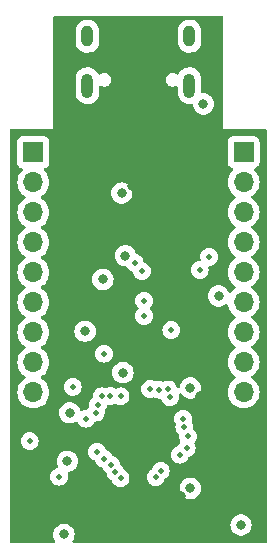
<source format=gbr>
%TF.GenerationSoftware,KiCad,Pcbnew,7.0.6*%
%TF.CreationDate,2023-07-23T20:03:58-07:00*%
%TF.ProjectId,iCEGenius,69434547-656e-4697-9573-2e6b69636164,rev?*%
%TF.SameCoordinates,Original*%
%TF.FileFunction,Copper,L5,Inr*%
%TF.FilePolarity,Positive*%
%FSLAX46Y46*%
G04 Gerber Fmt 4.6, Leading zero omitted, Abs format (unit mm)*
G04 Created by KiCad (PCBNEW 7.0.6) date 2023-07-23 20:03:58*
%MOMM*%
%LPD*%
G01*
G04 APERTURE LIST*
%TA.AperFunction,ComponentPad*%
%ADD10R,1.700000X1.700000*%
%TD*%
%TA.AperFunction,ComponentPad*%
%ADD11O,1.700000X1.700000*%
%TD*%
%TA.AperFunction,ComponentPad*%
%ADD12O,1.000000X2.100000*%
%TD*%
%TA.AperFunction,ComponentPad*%
%ADD13O,1.000000X1.800000*%
%TD*%
%TA.AperFunction,ViaPad*%
%ADD14C,0.800000*%
%TD*%
%TA.AperFunction,ViaPad*%
%ADD15C,0.500000*%
%TD*%
G04 APERTURE END LIST*
D10*
%TO.N,+3V3*%
%TO.C,J3*%
X164915000Y-88530000D03*
D11*
%TO.N,IOL_2A*%
X164915000Y-91070000D03*
%TO.N,IOL_2B*%
X164915000Y-93610000D03*
%TO.N,IOT_52*%
X164915000Y-96150000D03*
%TO.N,IOT_53*%
X164915000Y-98690000D03*
%TO.N,IOT_50_GBIN1*%
X164915000Y-101230000D03*
%TO.N,IOL_4A*%
X164915000Y-103770000D03*
%TO.N,IOT_47*%
X164915000Y-106310000D03*
%TO.N,IOT_45*%
X164915000Y-108850000D03*
%TO.N,GND*%
X164915000Y-111390000D03*
%TD*%
D10*
%TO.N,+3V3*%
%TO.C,J2*%
X147115000Y-88550000D03*
D11*
%TO.N,IOL_4B_GBIN7*%
X147115000Y-91090000D03*
%TO.N,IOL_5B*%
X147115000Y-93630000D03*
%TO.N,IOL_5A_GBIN6*%
X147115000Y-96170000D03*
%TO.N,IOR_34*%
X147115000Y-98710000D03*
%TO.N,IOR_35_GBIN3*%
X147115000Y-101250000D03*
%TO.N,IOR_36_GBIN2*%
X147115000Y-103790000D03*
%TO.N,IOR_38*%
X147115000Y-106330000D03*
%TO.N,IOR_39*%
X147115000Y-108870000D03*
%TO.N,GND*%
X147115000Y-111410000D03*
%TD*%
D12*
%TO.N,unconnected-(J1-SHIELD-PadS1)*%
%TO.C,J1*%
X160330000Y-82900000D03*
D13*
X160330000Y-78720000D03*
D12*
X151690000Y-82900000D03*
D13*
X151690000Y-78720000D03*
%TD*%
D14*
%TO.N,+5V*%
X154600000Y-92000000D03*
X154900000Y-97300000D03*
X161520000Y-84455000D03*
%TO.N,GND*%
X163600000Y-119500000D03*
X151900000Y-84900000D03*
X151400000Y-97899999D03*
X151400000Y-99900000D03*
X156500000Y-119900000D03*
X164700000Y-113600000D03*
X153000000Y-96869500D03*
X155800000Y-78800000D03*
X159400000Y-91200000D03*
X152900000Y-91400000D03*
X157800001Y-78800000D03*
X150100000Y-88800000D03*
X158600000Y-95900000D03*
X150300000Y-96900000D03*
X153799999Y-78800000D03*
D15*
X161700000Y-93000000D03*
D14*
X151400000Y-101900001D03*
X153300000Y-94300000D03*
X161200000Y-109200000D03*
X156300000Y-107300000D03*
X153200000Y-106900000D03*
D15*
X149700000Y-112600000D03*
D14*
X156550000Y-118650000D03*
X149700000Y-80500000D03*
X150100000Y-84800000D03*
X150000000Y-102400000D03*
X151900000Y-87400000D03*
X149700000Y-78500000D03*
X160600000Y-88400000D03*
X155431635Y-91368365D03*
X146800000Y-119300000D03*
X162200000Y-79400000D03*
D15*
X152200000Y-115700000D03*
D14*
X154300000Y-119700000D03*
X149700000Y-82500000D03*
X159641121Y-117650468D03*
X150100000Y-86800000D03*
X146000000Y-120600000D03*
X156000000Y-112438990D03*
X163000000Y-87300000D03*
X157300000Y-87100000D03*
X159600000Y-84800000D03*
%TO.N,+3V3*%
X160400000Y-108500000D03*
X164700000Y-120100000D03*
X150000000Y-114700000D03*
X154700000Y-107200000D03*
X151500000Y-103700000D03*
X153000000Y-99300000D03*
X160400000Y-117000000D03*
X149700000Y-120900000D03*
X150200000Y-110600000D03*
X162800500Y-100700000D03*
D15*
%TO.N,SS*%
X152397937Y-110576525D03*
X156500000Y-101100000D03*
X155700000Y-97900000D03*
%TO.N,CRESET_B_CTL*%
X146800000Y-113000000D03*
X156300000Y-98600000D03*
%TO.N,IOL_4B_GBIN7*%
X158533627Y-108620571D03*
%TO.N,IOL_5A_GBIN6*%
X157003934Y-108596040D03*
%TO.N,IOT_50_GBIN1*%
X159500000Y-114149500D03*
%TO.N,MOSI*%
X152600000Y-109900000D03*
X153100000Y-105600000D03*
%TO.N,IOR_36_GBIN2*%
X153700000Y-115000000D03*
%TO.N,IOR_35_GBIN3*%
X153100000Y-114500000D03*
%TO.N,IOL_2A*%
X159800000Y-111100000D03*
%TO.N,IOL_2B*%
X159900000Y-111800000D03*
%TO.N,IOR_34*%
X152500000Y-113900000D03*
%TO.N,IOR_38*%
X154059891Y-115599818D03*
%TO.N,IOR_39*%
X154496826Y-116146070D03*
%TO.N,IOT_45*%
X157480298Y-116059602D03*
%TO.N,IOT_47*%
X157900000Y-115500000D03*
%TO.N,IOT_52*%
X160200000Y-112600000D03*
%TO.N,IOT_53*%
X160100000Y-113600000D03*
%TO.N,IOL_4A*%
X158700000Y-109300000D03*
%TO.N,IOL_5B*%
X157738543Y-108638543D03*
%TO.N,CRESET_B*%
X149300000Y-116000000D03*
X154500000Y-109200000D03*
%TO.N,SCK*%
X161200000Y-98500000D03*
X151600000Y-111100000D03*
X158800000Y-103600000D03*
%TO.N,MISO*%
X156500000Y-102400000D03*
X152900497Y-109200000D03*
X162000000Y-97400000D03*
%TO.N,Net-(D5-A)*%
X153638804Y-109160489D03*
X150450500Y-108400000D03*
%TD*%
%TA.AperFunction,Conductor*%
%TO.N,GND*%
G36*
X163142539Y-77020185D02*
G01*
X163188294Y-77072989D01*
X163199500Y-77124500D01*
X163199500Y-86575467D01*
X163199416Y-86575889D01*
X163199459Y-86600001D01*
X163199500Y-86600099D01*
X163199616Y-86600382D01*
X163199618Y-86600384D01*
X163199808Y-86600462D01*
X163200000Y-86600541D01*
X163200002Y-86600539D01*
X163224616Y-86600524D01*
X163224616Y-86600528D01*
X163224760Y-86600500D01*
X166775500Y-86600500D01*
X166842539Y-86620185D01*
X166888294Y-86672989D01*
X166899500Y-86724500D01*
X166899500Y-121475500D01*
X166879815Y-121542539D01*
X166827011Y-121588294D01*
X166775500Y-121599500D01*
X150550726Y-121599500D01*
X150483687Y-121579815D01*
X150437932Y-121527011D01*
X150427988Y-121457853D01*
X150443339Y-121413500D01*
X150464302Y-121377190D01*
X150527179Y-121268284D01*
X150585674Y-121088256D01*
X150605460Y-120900000D01*
X150585674Y-120711744D01*
X150527179Y-120531716D01*
X150432533Y-120367784D01*
X150305871Y-120227112D01*
X150305870Y-120227111D01*
X150152734Y-120115851D01*
X150152729Y-120115848D01*
X150117134Y-120100000D01*
X163794540Y-120100000D01*
X163814326Y-120288256D01*
X163814327Y-120288259D01*
X163872818Y-120468277D01*
X163872821Y-120468284D01*
X163967467Y-120632216D01*
X164039071Y-120711740D01*
X164094129Y-120772888D01*
X164247265Y-120884148D01*
X164247270Y-120884151D01*
X164420192Y-120961142D01*
X164420197Y-120961144D01*
X164605354Y-121000500D01*
X164605355Y-121000500D01*
X164794644Y-121000500D01*
X164794646Y-121000500D01*
X164979803Y-120961144D01*
X165152730Y-120884151D01*
X165305871Y-120772888D01*
X165432533Y-120632216D01*
X165527179Y-120468284D01*
X165585674Y-120288256D01*
X165605460Y-120100000D01*
X165585674Y-119911744D01*
X165527179Y-119731716D01*
X165432533Y-119567784D01*
X165305871Y-119427112D01*
X165305870Y-119427111D01*
X165152734Y-119315851D01*
X165152729Y-119315848D01*
X164979807Y-119238857D01*
X164979802Y-119238855D01*
X164834000Y-119207865D01*
X164794646Y-119199500D01*
X164605354Y-119199500D01*
X164572897Y-119206398D01*
X164420197Y-119238855D01*
X164420192Y-119238857D01*
X164247270Y-119315848D01*
X164247265Y-119315851D01*
X164094129Y-119427111D01*
X163967466Y-119567785D01*
X163872821Y-119731715D01*
X163872818Y-119731722D01*
X163814327Y-119911740D01*
X163814326Y-119911744D01*
X163794540Y-120100000D01*
X150117134Y-120100000D01*
X149979807Y-120038857D01*
X149979802Y-120038855D01*
X149834000Y-120007865D01*
X149794646Y-119999500D01*
X149605354Y-119999500D01*
X149572897Y-120006398D01*
X149420197Y-120038855D01*
X149420192Y-120038857D01*
X149247270Y-120115848D01*
X149247265Y-120115851D01*
X149094129Y-120227111D01*
X148967466Y-120367785D01*
X148872821Y-120531715D01*
X148872818Y-120531722D01*
X148840166Y-120632216D01*
X148814326Y-120711744D01*
X148794540Y-120900000D01*
X148814326Y-121088256D01*
X148814327Y-121088259D01*
X148872818Y-121268277D01*
X148872821Y-121268284D01*
X148956661Y-121413500D01*
X148973134Y-121481401D01*
X148950281Y-121547427D01*
X148895360Y-121590618D01*
X148849274Y-121599500D01*
X145224500Y-121599500D01*
X145157461Y-121579815D01*
X145111706Y-121527011D01*
X145100500Y-121475500D01*
X145100500Y-117000000D01*
X159494540Y-117000000D01*
X159514326Y-117188256D01*
X159514327Y-117188259D01*
X159572818Y-117368277D01*
X159572821Y-117368284D01*
X159667467Y-117532216D01*
X159794128Y-117672887D01*
X159794129Y-117672888D01*
X159947265Y-117784148D01*
X159947270Y-117784151D01*
X160120192Y-117861142D01*
X160120197Y-117861144D01*
X160305354Y-117900500D01*
X160305355Y-117900500D01*
X160494644Y-117900500D01*
X160494646Y-117900500D01*
X160679803Y-117861144D01*
X160852730Y-117784151D01*
X161005871Y-117672888D01*
X161132533Y-117532216D01*
X161227179Y-117368284D01*
X161285674Y-117188256D01*
X161305460Y-117000000D01*
X161285674Y-116811744D01*
X161227179Y-116631716D01*
X161132533Y-116467784D01*
X161005871Y-116327112D01*
X161005870Y-116327111D01*
X160852734Y-116215851D01*
X160852729Y-116215848D01*
X160679807Y-116138857D01*
X160679802Y-116138855D01*
X160534000Y-116107865D01*
X160494646Y-116099500D01*
X160305354Y-116099500D01*
X160272897Y-116106398D01*
X160120197Y-116138855D01*
X160120192Y-116138857D01*
X159947270Y-116215848D01*
X159947265Y-116215851D01*
X159794129Y-116327111D01*
X159667466Y-116467785D01*
X159572821Y-116631715D01*
X159572818Y-116631722D01*
X159514327Y-116811740D01*
X159514326Y-116811744D01*
X159494540Y-117000000D01*
X145100500Y-117000000D01*
X145100500Y-116000002D01*
X148544751Y-116000002D01*
X148563685Y-116168056D01*
X148619545Y-116327694D01*
X148619547Y-116327697D01*
X148709518Y-116470884D01*
X148709523Y-116470890D01*
X148829109Y-116590476D01*
X148829115Y-116590481D01*
X148972302Y-116680452D01*
X148972305Y-116680454D01*
X148972309Y-116680455D01*
X148972310Y-116680456D01*
X149044913Y-116705860D01*
X149131943Y-116736314D01*
X149299997Y-116755249D01*
X149300000Y-116755249D01*
X149300003Y-116755249D01*
X149468056Y-116736314D01*
X149468059Y-116736313D01*
X149627690Y-116680456D01*
X149627692Y-116680454D01*
X149627694Y-116680454D01*
X149627697Y-116680452D01*
X149770884Y-116590481D01*
X149770885Y-116590480D01*
X149770890Y-116590477D01*
X149890477Y-116470890D01*
X149943005Y-116387293D01*
X149980452Y-116327697D01*
X149980454Y-116327694D01*
X149980454Y-116327692D01*
X149980456Y-116327690D01*
X150036313Y-116168059D01*
X150036313Y-116168058D01*
X150036314Y-116168056D01*
X150055249Y-116000002D01*
X150055249Y-115999997D01*
X150036313Y-115831941D01*
X150011497Y-115761021D01*
X150007934Y-115691242D01*
X150042663Y-115630614D01*
X150102752Y-115598776D01*
X150279803Y-115561144D01*
X150279807Y-115561142D01*
X150279808Y-115561142D01*
X150351754Y-115529109D01*
X150452730Y-115484151D01*
X150605871Y-115372888D01*
X150732533Y-115232216D01*
X150827179Y-115068284D01*
X150885674Y-114888256D01*
X150905460Y-114700000D01*
X150885674Y-114511744D01*
X150827179Y-114331716D01*
X150732533Y-114167784D01*
X150605871Y-114027112D01*
X150543013Y-113981443D01*
X150452734Y-113915851D01*
X150452729Y-113915848D01*
X150417139Y-113900002D01*
X151744751Y-113900002D01*
X151763685Y-114068056D01*
X151819545Y-114227694D01*
X151819547Y-114227697D01*
X151909518Y-114370884D01*
X151909523Y-114370890D01*
X152029109Y-114490476D01*
X152029115Y-114490481D01*
X152172302Y-114580452D01*
X152172308Y-114580455D01*
X152172310Y-114580456D01*
X152299093Y-114624819D01*
X152355869Y-114665541D01*
X152375181Y-114700907D01*
X152419544Y-114827691D01*
X152419547Y-114827697D01*
X152509518Y-114970884D01*
X152509523Y-114970890D01*
X152629109Y-115090476D01*
X152629115Y-115090481D01*
X152772302Y-115180452D01*
X152772308Y-115180455D01*
X152772310Y-115180456D01*
X152894646Y-115223263D01*
X152938514Y-115238613D01*
X152937489Y-115241541D01*
X152986491Y-115268898D01*
X153015033Y-115314799D01*
X153019544Y-115327693D01*
X153109518Y-115470884D01*
X153109523Y-115470890D01*
X153229110Y-115590477D01*
X153242315Y-115598774D01*
X153258701Y-115609070D01*
X153304992Y-115661405D01*
X153315949Y-115700179D01*
X153323576Y-115767871D01*
X153379435Y-115927510D01*
X153379438Y-115927515D01*
X153469409Y-116070702D01*
X153469414Y-116070708D01*
X153589001Y-116190295D01*
X153716570Y-116270452D01*
X153762859Y-116322785D01*
X153767638Y-116334490D01*
X153816370Y-116473761D01*
X153816373Y-116473767D01*
X153906344Y-116616954D01*
X153906349Y-116616960D01*
X154025935Y-116736546D01*
X154025941Y-116736551D01*
X154169128Y-116826522D01*
X154169131Y-116826524D01*
X154169135Y-116826525D01*
X154169136Y-116826526D01*
X154241739Y-116851930D01*
X154328769Y-116882384D01*
X154496823Y-116901319D01*
X154496826Y-116901319D01*
X154496829Y-116901319D01*
X154664882Y-116882384D01*
X154664885Y-116882383D01*
X154824516Y-116826526D01*
X154824518Y-116826524D01*
X154824520Y-116826524D01*
X154824523Y-116826522D01*
X154967710Y-116736551D01*
X154967711Y-116736550D01*
X154967716Y-116736547D01*
X155087303Y-116616960D01*
X155103941Y-116590481D01*
X155177278Y-116473767D01*
X155177280Y-116473764D01*
X155177281Y-116473761D01*
X155177282Y-116473760D01*
X155233139Y-116314129D01*
X155233139Y-116314128D01*
X155233140Y-116314126D01*
X155252075Y-116146072D01*
X155252075Y-116146067D01*
X155242333Y-116059604D01*
X156725049Y-116059604D01*
X156743983Y-116227658D01*
X156799843Y-116387296D01*
X156799845Y-116387299D01*
X156889816Y-116530486D01*
X156889821Y-116530492D01*
X157009407Y-116650078D01*
X157009413Y-116650083D01*
X157152600Y-116740054D01*
X157152603Y-116740056D01*
X157152607Y-116740057D01*
X157152608Y-116740058D01*
X157196022Y-116755249D01*
X157312241Y-116795916D01*
X157480295Y-116814851D01*
X157480298Y-116814851D01*
X157480301Y-116814851D01*
X157648354Y-116795916D01*
X157648357Y-116795915D01*
X157807988Y-116740058D01*
X157807990Y-116740056D01*
X157807992Y-116740056D01*
X157807995Y-116740054D01*
X157951182Y-116650083D01*
X157951183Y-116650082D01*
X157951188Y-116650079D01*
X158070775Y-116530492D01*
X158106422Y-116473761D01*
X158160750Y-116387299D01*
X158160753Y-116387293D01*
X158160754Y-116387292D01*
X158216611Y-116227661D01*
X158216611Y-116227660D01*
X158218911Y-116221088D01*
X158220922Y-116221791D01*
X158250000Y-116169788D01*
X158270817Y-116153356D01*
X158370890Y-116090477D01*
X158490477Y-115970890D01*
X158490481Y-115970884D01*
X158580452Y-115827697D01*
X158580454Y-115827694D01*
X158580454Y-115827692D01*
X158580456Y-115827690D01*
X158636313Y-115668059D01*
X158636313Y-115668058D01*
X158636314Y-115668056D01*
X158655249Y-115500002D01*
X158655249Y-115499997D01*
X158636314Y-115331943D01*
X158580454Y-115172305D01*
X158580452Y-115172302D01*
X158490481Y-115029115D01*
X158490476Y-115029109D01*
X158370890Y-114909523D01*
X158370884Y-114909518D01*
X158227697Y-114819547D01*
X158227694Y-114819545D01*
X158068056Y-114763685D01*
X157900003Y-114744751D01*
X157899997Y-114744751D01*
X157731943Y-114763685D01*
X157572305Y-114819545D01*
X157572302Y-114819547D01*
X157429115Y-114909518D01*
X157429109Y-114909523D01*
X157309523Y-115029109D01*
X157309518Y-115029115D01*
X157219547Y-115172302D01*
X157219544Y-115172307D01*
X157187570Y-115263687D01*
X157163687Y-115331941D01*
X157163686Y-115331943D01*
X157161388Y-115338513D01*
X157159381Y-115337811D01*
X157130275Y-115389835D01*
X157109474Y-115406249D01*
X157009407Y-115469125D01*
X156889821Y-115588711D01*
X156889816Y-115588717D01*
X156799845Y-115731904D01*
X156799843Y-115731907D01*
X156743983Y-115891545D01*
X156725049Y-116059599D01*
X156725049Y-116059604D01*
X155242333Y-116059604D01*
X155233140Y-115978013D01*
X155180541Y-115827694D01*
X155177282Y-115818380D01*
X155177281Y-115818379D01*
X155177280Y-115818375D01*
X155177278Y-115818372D01*
X155087307Y-115675185D01*
X155087302Y-115675179D01*
X154967714Y-115555591D01*
X154840147Y-115475435D01*
X154793857Y-115423101D01*
X154789083Y-115411408D01*
X154740347Y-115272128D01*
X154740346Y-115272125D01*
X154740343Y-115272120D01*
X154650372Y-115128933D01*
X154650367Y-115128927D01*
X154530782Y-115009342D01*
X154530781Y-115009341D01*
X154501186Y-114990745D01*
X154454896Y-114938409D01*
X154443940Y-114899634D01*
X154436314Y-114831943D01*
X154380455Y-114672308D01*
X154380452Y-114672302D01*
X154290481Y-114529115D01*
X154290476Y-114529109D01*
X154170890Y-114409523D01*
X154170884Y-114409518D01*
X154027697Y-114319547D01*
X154027692Y-114319544D01*
X153915979Y-114280455D01*
X153868059Y-114263687D01*
X153868056Y-114263686D01*
X153861487Y-114261388D01*
X153862503Y-114258484D01*
X153813405Y-114230996D01*
X153784966Y-114185200D01*
X153780456Y-114172310D01*
X153780454Y-114172307D01*
X153780454Y-114172306D01*
X153780452Y-114172302D01*
X153766126Y-114149502D01*
X158744751Y-114149502D01*
X158763685Y-114317556D01*
X158819545Y-114477194D01*
X158819547Y-114477197D01*
X158909518Y-114620384D01*
X158909523Y-114620390D01*
X159029109Y-114739976D01*
X159029115Y-114739981D01*
X159172302Y-114829952D01*
X159172305Y-114829954D01*
X159172309Y-114829955D01*
X159172310Y-114829956D01*
X159177983Y-114831941D01*
X159331943Y-114885814D01*
X159499997Y-114904749D01*
X159500000Y-114904749D01*
X159500003Y-114904749D01*
X159668056Y-114885814D01*
X159668059Y-114885813D01*
X159827690Y-114829956D01*
X159827692Y-114829954D01*
X159827694Y-114829954D01*
X159827697Y-114829952D01*
X159970884Y-114739981D01*
X159970885Y-114739980D01*
X159970890Y-114739977D01*
X160090477Y-114620390D01*
X160090481Y-114620384D01*
X160180452Y-114477197D01*
X160180456Y-114477189D01*
X160204682Y-114407954D01*
X160245403Y-114351177D01*
X160280768Y-114331865D01*
X160427690Y-114280456D01*
X160427693Y-114280453D01*
X160427697Y-114280452D01*
X160570884Y-114190481D01*
X160570885Y-114190480D01*
X160570890Y-114190477D01*
X160690477Y-114070890D01*
X160716726Y-114029115D01*
X160780452Y-113927697D01*
X160780454Y-113927694D01*
X160780454Y-113927692D01*
X160780456Y-113927690D01*
X160836313Y-113768059D01*
X160836313Y-113768058D01*
X160836314Y-113768056D01*
X160855249Y-113600002D01*
X160855249Y-113599997D01*
X160836314Y-113431943D01*
X160804683Y-113341548D01*
X160780456Y-113272310D01*
X160759210Y-113238497D01*
X160740210Y-113171261D01*
X160760578Y-113104425D01*
X160776521Y-113084845D01*
X160790477Y-113070890D01*
X160880456Y-112927690D01*
X160936313Y-112768059D01*
X160936313Y-112768058D01*
X160936314Y-112768056D01*
X160955249Y-112600002D01*
X160955249Y-112599997D01*
X160936314Y-112431943D01*
X160880454Y-112272305D01*
X160880452Y-112272302D01*
X160790481Y-112129115D01*
X160790476Y-112129109D01*
X160677841Y-112016474D01*
X160644356Y-111955151D01*
X160642302Y-111914909D01*
X160655249Y-111800002D01*
X160655249Y-111799997D01*
X160636314Y-111631943D01*
X160588504Y-111495310D01*
X160580456Y-111472310D01*
X160580454Y-111472307D01*
X160580454Y-111472306D01*
X160537967Y-111404689D01*
X160518966Y-111337452D01*
X160525917Y-111297766D01*
X160536313Y-111268059D01*
X160537561Y-111256981D01*
X160555249Y-111100002D01*
X160555249Y-111099997D01*
X160536314Y-110931943D01*
X160480454Y-110772305D01*
X160480452Y-110772302D01*
X160390481Y-110629115D01*
X160390476Y-110629109D01*
X160270890Y-110509523D01*
X160270884Y-110509518D01*
X160127697Y-110419547D01*
X160127694Y-110419545D01*
X159968056Y-110363685D01*
X159800003Y-110344751D01*
X159799997Y-110344751D01*
X159631943Y-110363685D01*
X159472305Y-110419545D01*
X159472302Y-110419547D01*
X159329115Y-110509518D01*
X159329109Y-110509523D01*
X159209523Y-110629109D01*
X159209518Y-110629115D01*
X159119547Y-110772302D01*
X159119545Y-110772305D01*
X159063685Y-110931943D01*
X159044751Y-111099997D01*
X159044751Y-111100002D01*
X159063685Y-111268056D01*
X159093803Y-111354127D01*
X159115041Y-111414822D01*
X159119545Y-111427692D01*
X159162032Y-111495310D01*
X159181032Y-111562547D01*
X159174081Y-111602233D01*
X159163686Y-111631942D01*
X159144751Y-111799997D01*
X159144751Y-111800002D01*
X159163685Y-111968056D01*
X159219545Y-112127694D01*
X159219547Y-112127697D01*
X159309518Y-112270884D01*
X159309523Y-112270890D01*
X159422158Y-112383525D01*
X159455643Y-112444848D01*
X159457697Y-112485089D01*
X159444751Y-112599995D01*
X159444751Y-112600002D01*
X159463685Y-112768056D01*
X159519544Y-112927691D01*
X159540790Y-112961504D01*
X159559789Y-113028741D01*
X159539420Y-113095576D01*
X159523479Y-113115153D01*
X159509520Y-113129112D01*
X159419548Y-113272300D01*
X159419543Y-113272311D01*
X159395316Y-113341548D01*
X159354594Y-113398324D01*
X159319229Y-113417635D01*
X159172308Y-113469044D01*
X159172302Y-113469047D01*
X159029115Y-113559018D01*
X159029109Y-113559023D01*
X158909523Y-113678609D01*
X158909518Y-113678615D01*
X158819547Y-113821802D01*
X158819545Y-113821805D01*
X158763685Y-113981443D01*
X158744751Y-114149497D01*
X158744751Y-114149502D01*
X153766126Y-114149502D01*
X153690481Y-114029115D01*
X153690476Y-114029109D01*
X153570890Y-113909523D01*
X153570884Y-113909518D01*
X153427697Y-113819547D01*
X153427691Y-113819544D01*
X153300907Y-113775181D01*
X153244131Y-113734459D01*
X153224819Y-113699093D01*
X153218296Y-113680452D01*
X153180456Y-113572310D01*
X153180453Y-113572305D01*
X153180452Y-113572302D01*
X153090481Y-113429115D01*
X153090476Y-113429109D01*
X152970890Y-113309523D01*
X152970884Y-113309518D01*
X152827697Y-113219547D01*
X152827694Y-113219545D01*
X152668056Y-113163685D01*
X152500003Y-113144751D01*
X152499997Y-113144751D01*
X152331943Y-113163685D01*
X152172305Y-113219545D01*
X152172302Y-113219547D01*
X152029115Y-113309518D01*
X152029109Y-113309523D01*
X151909523Y-113429109D01*
X151909518Y-113429115D01*
X151819547Y-113572302D01*
X151819545Y-113572305D01*
X151763685Y-113731943D01*
X151744751Y-113899997D01*
X151744751Y-113900002D01*
X150417139Y-113900002D01*
X150279807Y-113838857D01*
X150279802Y-113838855D01*
X150134001Y-113807865D01*
X150094646Y-113799500D01*
X149905354Y-113799500D01*
X149872897Y-113806398D01*
X149720197Y-113838855D01*
X149720192Y-113838857D01*
X149547270Y-113915848D01*
X149547265Y-113915851D01*
X149394129Y-114027111D01*
X149267466Y-114167785D01*
X149172821Y-114331715D01*
X149172818Y-114331722D01*
X149114327Y-114511740D01*
X149114326Y-114511744D01*
X149094540Y-114700000D01*
X149114326Y-114888256D01*
X149114327Y-114888259D01*
X149172818Y-115068277D01*
X149172822Y-115068286D01*
X149184975Y-115089336D01*
X149201446Y-115157236D01*
X149178593Y-115223263D01*
X149123671Y-115266452D01*
X149118547Y-115268373D01*
X149107818Y-115272128D01*
X148972308Y-115319544D01*
X148972302Y-115319547D01*
X148829115Y-115409518D01*
X148829109Y-115409523D01*
X148709523Y-115529109D01*
X148709518Y-115529115D01*
X148619547Y-115672302D01*
X148619545Y-115672305D01*
X148563685Y-115831943D01*
X148544751Y-115999997D01*
X148544751Y-116000002D01*
X145100500Y-116000002D01*
X145100500Y-113000002D01*
X146044751Y-113000002D01*
X146063685Y-113168056D01*
X146119545Y-113327694D01*
X146119547Y-113327697D01*
X146209518Y-113470884D01*
X146209523Y-113470890D01*
X146329109Y-113590476D01*
X146329115Y-113590481D01*
X146472302Y-113680452D01*
X146472305Y-113680454D01*
X146472309Y-113680455D01*
X146472310Y-113680456D01*
X146525572Y-113699093D01*
X146631943Y-113736314D01*
X146799997Y-113755249D01*
X146800000Y-113755249D01*
X146800003Y-113755249D01*
X146968056Y-113736314D01*
X146980548Y-113731943D01*
X147127690Y-113680456D01*
X147127692Y-113680454D01*
X147127694Y-113680454D01*
X147127697Y-113680452D01*
X147270884Y-113590481D01*
X147270885Y-113590480D01*
X147270890Y-113590477D01*
X147390477Y-113470890D01*
X147414949Y-113431943D01*
X147480452Y-113327697D01*
X147480454Y-113327694D01*
X147480454Y-113327692D01*
X147480456Y-113327690D01*
X147536313Y-113168059D01*
X147536313Y-113168058D01*
X147536314Y-113168056D01*
X147555249Y-113000002D01*
X147555249Y-112999997D01*
X147536314Y-112831943D01*
X147480454Y-112672305D01*
X147480452Y-112672302D01*
X147390481Y-112529115D01*
X147390476Y-112529109D01*
X147270890Y-112409523D01*
X147270884Y-112409518D01*
X147127697Y-112319547D01*
X147127694Y-112319545D01*
X146968056Y-112263685D01*
X146800003Y-112244751D01*
X146799997Y-112244751D01*
X146631943Y-112263685D01*
X146472305Y-112319545D01*
X146472302Y-112319547D01*
X146329115Y-112409518D01*
X146329109Y-112409523D01*
X146209523Y-112529109D01*
X146209518Y-112529115D01*
X146119547Y-112672302D01*
X146119545Y-112672305D01*
X146063685Y-112831943D01*
X146044751Y-112999997D01*
X146044751Y-113000002D01*
X145100500Y-113000002D01*
X145100500Y-110600000D01*
X149294540Y-110600000D01*
X149314326Y-110788256D01*
X149314327Y-110788259D01*
X149372818Y-110968277D01*
X149372821Y-110968284D01*
X149467467Y-111132216D01*
X149579806Y-111256981D01*
X149594129Y-111272888D01*
X149747265Y-111384148D01*
X149747270Y-111384151D01*
X149920192Y-111461142D01*
X149920197Y-111461144D01*
X150105354Y-111500500D01*
X150105355Y-111500500D01*
X150294644Y-111500500D01*
X150294646Y-111500500D01*
X150479803Y-111461144D01*
X150652730Y-111384151D01*
X150718448Y-111336403D01*
X150784251Y-111312924D01*
X150852306Y-111328749D01*
X150901001Y-111378854D01*
X150908374Y-111395767D01*
X150919545Y-111427694D01*
X150919547Y-111427697D01*
X151009518Y-111570884D01*
X151009523Y-111570890D01*
X151129109Y-111690476D01*
X151129115Y-111690481D01*
X151272302Y-111780452D01*
X151272305Y-111780454D01*
X151272309Y-111780455D01*
X151272310Y-111780456D01*
X151328155Y-111799997D01*
X151431943Y-111836314D01*
X151599997Y-111855249D01*
X151600000Y-111855249D01*
X151600003Y-111855249D01*
X151768056Y-111836314D01*
X151768059Y-111836313D01*
X151927690Y-111780456D01*
X151927692Y-111780454D01*
X151927694Y-111780454D01*
X151927697Y-111780452D01*
X152070884Y-111690481D01*
X152070885Y-111690480D01*
X152070890Y-111690477D01*
X152190477Y-111570890D01*
X152190481Y-111570884D01*
X152280452Y-111427697D01*
X152280453Y-111427693D01*
X152280456Y-111427690D01*
X152284959Y-111414822D01*
X152325679Y-111358045D01*
X152390632Y-111332296D01*
X152395146Y-111332088D01*
X152397934Y-111331773D01*
X152397937Y-111331774D01*
X152466533Y-111324044D01*
X152565993Y-111312839D01*
X152565996Y-111312838D01*
X152725627Y-111256981D01*
X152725629Y-111256979D01*
X152725631Y-111256979D01*
X152725634Y-111256977D01*
X152868821Y-111167006D01*
X152868822Y-111167005D01*
X152868827Y-111167002D01*
X152988414Y-111047415D01*
X153038140Y-110968277D01*
X153078389Y-110904222D01*
X153078391Y-110904219D01*
X153078391Y-110904217D01*
X153078393Y-110904215D01*
X153134250Y-110744584D01*
X153134250Y-110744583D01*
X153134251Y-110744581D01*
X153153186Y-110576527D01*
X153153186Y-110576524D01*
X153145636Y-110509523D01*
X153142824Y-110484567D01*
X153154878Y-110415747D01*
X153178366Y-110383000D01*
X153190477Y-110370890D01*
X153280456Y-110227690D01*
X153336313Y-110068059D01*
X153336313Y-110068057D01*
X153336314Y-110068055D01*
X153343169Y-110007213D01*
X153370235Y-109942799D01*
X153427830Y-109903244D01*
X153480273Y-109897876D01*
X153638801Y-109915738D01*
X153638804Y-109915738D01*
X153638807Y-109915738D01*
X153806863Y-109896802D01*
X153806865Y-109896802D01*
X153870715Y-109874459D01*
X153966494Y-109840945D01*
X153971984Y-109837495D01*
X154039216Y-109818491D01*
X154103934Y-109837492D01*
X154172309Y-109880456D01*
X154228155Y-109899997D01*
X154331941Y-109936313D01*
X154373955Y-109941047D01*
X154499997Y-109955249D01*
X154500000Y-109955249D01*
X154500003Y-109955249D01*
X154668056Y-109936314D01*
X154726859Y-109915738D01*
X154827690Y-109880456D01*
X154827692Y-109880454D01*
X154827694Y-109880454D01*
X154827697Y-109880452D01*
X154970884Y-109790481D01*
X154970885Y-109790480D01*
X154970890Y-109790477D01*
X155090477Y-109670890D01*
X155117622Y-109627690D01*
X155180452Y-109527697D01*
X155180454Y-109527694D01*
X155180454Y-109527692D01*
X155180456Y-109527690D01*
X155236313Y-109368059D01*
X155236313Y-109368058D01*
X155236314Y-109368056D01*
X155255249Y-109200002D01*
X155255249Y-109199997D01*
X155236314Y-109031943D01*
X155198450Y-108923734D01*
X155180456Y-108872310D01*
X155180455Y-108872309D01*
X155180454Y-108872305D01*
X155180452Y-108872302D01*
X155090481Y-108729115D01*
X155090476Y-108729109D01*
X154970890Y-108609523D01*
X154970884Y-108609518D01*
X154949437Y-108596042D01*
X156248685Y-108596042D01*
X156267619Y-108764096D01*
X156323479Y-108923734D01*
X156323481Y-108923737D01*
X156413452Y-109066924D01*
X156413457Y-109066930D01*
X156533043Y-109186516D01*
X156533049Y-109186521D01*
X156676236Y-109276492D01*
X156676239Y-109276494D01*
X156676243Y-109276495D01*
X156676244Y-109276496D01*
X156722870Y-109292811D01*
X156835877Y-109332354D01*
X157003931Y-109351289D01*
X157003934Y-109351289D01*
X157003937Y-109351289D01*
X157129978Y-109337087D01*
X157171993Y-109332353D01*
X157282703Y-109293613D01*
X157352479Y-109290051D01*
X157389628Y-109305662D01*
X157410853Y-109318999D01*
X157570484Y-109374856D01*
X157612498Y-109379590D01*
X157738540Y-109393792D01*
X157738543Y-109393792D01*
X157738544Y-109393792D01*
X157759350Y-109391447D01*
X157831880Y-109383275D01*
X157900701Y-109395329D01*
X157952081Y-109442678D01*
X157962806Y-109465541D01*
X158019544Y-109627691D01*
X158019547Y-109627697D01*
X158109518Y-109770884D01*
X158109523Y-109770890D01*
X158229109Y-109890476D01*
X158229115Y-109890481D01*
X158372302Y-109980452D01*
X158372305Y-109980454D01*
X158372309Y-109980455D01*
X158372310Y-109980456D01*
X158444913Y-110005860D01*
X158531943Y-110036314D01*
X158699997Y-110055249D01*
X158700000Y-110055249D01*
X158700003Y-110055249D01*
X158868056Y-110036314D01*
X158868059Y-110036313D01*
X159027690Y-109980456D01*
X159027692Y-109980454D01*
X159027694Y-109980454D01*
X159027697Y-109980452D01*
X159170884Y-109890481D01*
X159170885Y-109890480D01*
X159170890Y-109890477D01*
X159290477Y-109770890D01*
X159309006Y-109741402D01*
X159380452Y-109627697D01*
X159380454Y-109627694D01*
X159380455Y-109627691D01*
X159380456Y-109627690D01*
X159436313Y-109468059D01*
X159436313Y-109468058D01*
X159436314Y-109468056D01*
X159455249Y-109300002D01*
X159455249Y-109299997D01*
X159436806Y-109136314D01*
X159436313Y-109131941D01*
X159428835Y-109110572D01*
X159425273Y-109040795D01*
X159460001Y-108980167D01*
X159521993Y-108947939D01*
X159591569Y-108954342D01*
X159646638Y-108997345D01*
X159653263Y-109007616D01*
X159667463Y-109032211D01*
X159667465Y-109032214D01*
X159794129Y-109172888D01*
X159947265Y-109284148D01*
X159947270Y-109284151D01*
X160120192Y-109361142D01*
X160120197Y-109361144D01*
X160305354Y-109400500D01*
X160305355Y-109400500D01*
X160494644Y-109400500D01*
X160494646Y-109400500D01*
X160679803Y-109361144D01*
X160852730Y-109284151D01*
X161005871Y-109172888D01*
X161132533Y-109032216D01*
X161227179Y-108868284D01*
X161285674Y-108688256D01*
X161305460Y-108500000D01*
X161285674Y-108311744D01*
X161227179Y-108131716D01*
X161132533Y-107967784D01*
X161005871Y-107827112D01*
X161005870Y-107827111D01*
X160852734Y-107715851D01*
X160852729Y-107715848D01*
X160679807Y-107638857D01*
X160679802Y-107638855D01*
X160534000Y-107607865D01*
X160494646Y-107599500D01*
X160305354Y-107599500D01*
X160272897Y-107606398D01*
X160120197Y-107638855D01*
X160120192Y-107638857D01*
X159947270Y-107715848D01*
X159947265Y-107715851D01*
X159794129Y-107827111D01*
X159667466Y-107967785D01*
X159572821Y-108131715D01*
X159572818Y-108131722D01*
X159520455Y-108292881D01*
X159514326Y-108311744D01*
X159504282Y-108407312D01*
X159477697Y-108471926D01*
X159420400Y-108511911D01*
X159350581Y-108514571D01*
X159290407Y-108479061D01*
X159263919Y-108435305D01*
X159214081Y-108292876D01*
X159214079Y-108292873D01*
X159124108Y-108149686D01*
X159124103Y-108149680D01*
X159004517Y-108030094D01*
X159004511Y-108030089D01*
X158861324Y-107940118D01*
X158861321Y-107940116D01*
X158701683Y-107884256D01*
X158533630Y-107865322D01*
X158533624Y-107865322D01*
X158365570Y-107884256D01*
X158205935Y-107940115D01*
X158187155Y-107951916D01*
X158119918Y-107970915D01*
X158072962Y-107959942D01*
X158072807Y-107960387D01*
X158068665Y-107958937D01*
X158067374Y-107958636D01*
X158066235Y-107958087D01*
X157906600Y-107902229D01*
X157738546Y-107883294D01*
X157738540Y-107883294D01*
X157570483Y-107902229D01*
X157570481Y-107902229D01*
X157459775Y-107940968D01*
X157389996Y-107944530D01*
X157352849Y-107928920D01*
X157331624Y-107915584D01*
X157331621Y-107915582D01*
X157171991Y-107859726D01*
X157003937Y-107840791D01*
X157003931Y-107840791D01*
X156835877Y-107859725D01*
X156676239Y-107915585D01*
X156676236Y-107915587D01*
X156533049Y-108005558D01*
X156533043Y-108005563D01*
X156413457Y-108125149D01*
X156413452Y-108125155D01*
X156323481Y-108268342D01*
X156323479Y-108268345D01*
X156267619Y-108427983D01*
X156248685Y-108596037D01*
X156248685Y-108596042D01*
X154949437Y-108596042D01*
X154827697Y-108519547D01*
X154827694Y-108519545D01*
X154668056Y-108463685D01*
X154500003Y-108444751D01*
X154499997Y-108444751D01*
X154331943Y-108463685D01*
X154202250Y-108509067D01*
X154172310Y-108519544D01*
X154172308Y-108519544D01*
X154172308Y-108519545D01*
X154166809Y-108523000D01*
X154099572Y-108541996D01*
X154034869Y-108522996D01*
X153966496Y-108480034D01*
X153966498Y-108480034D01*
X153806860Y-108424174D01*
X153638807Y-108405240D01*
X153638801Y-108405240D01*
X153470747Y-108424174D01*
X153311111Y-108480034D01*
X153291619Y-108492281D01*
X153224381Y-108511277D01*
X153184698Y-108504326D01*
X153068554Y-108463686D01*
X152900500Y-108444751D01*
X152900494Y-108444751D01*
X152732440Y-108463685D01*
X152572802Y-108519545D01*
X152572799Y-108519547D01*
X152429612Y-108609518D01*
X152429606Y-108609523D01*
X152310020Y-108729109D01*
X152310015Y-108729115D01*
X152220044Y-108872302D01*
X152220042Y-108872305D01*
X152164182Y-109031943D01*
X152145248Y-109199997D01*
X152145248Y-109200002D01*
X152148018Y-109224588D01*
X152135963Y-109293410D01*
X152112480Y-109326151D01*
X152009524Y-109429108D01*
X152009518Y-109429115D01*
X151919547Y-109572302D01*
X151919545Y-109572305D01*
X151863685Y-109731943D01*
X151844751Y-109899997D01*
X151844751Y-109900004D01*
X151855111Y-109991957D01*
X151843056Y-110060779D01*
X151819575Y-110093519D01*
X151807457Y-110105637D01*
X151717485Y-110248825D01*
X151717481Y-110248833D01*
X151712977Y-110261707D01*
X151672255Y-110318483D01*
X151607302Y-110344229D01*
X151602791Y-110344436D01*
X151431943Y-110363685D01*
X151272306Y-110419545D01*
X151254151Y-110430953D01*
X151186914Y-110449952D01*
X151120079Y-110429583D01*
X151074866Y-110376315D01*
X151070254Y-110364286D01*
X151036924Y-110261707D01*
X151027181Y-110231721D01*
X151027178Y-110231715D01*
X150932533Y-110067784D01*
X150805871Y-109927112D01*
X150780247Y-109908495D01*
X150652734Y-109815851D01*
X150652729Y-109815848D01*
X150479807Y-109738857D01*
X150479802Y-109738855D01*
X150334000Y-109707865D01*
X150294646Y-109699500D01*
X150105354Y-109699500D01*
X150072897Y-109706398D01*
X149920197Y-109738855D01*
X149920192Y-109738857D01*
X149747270Y-109815848D01*
X149747265Y-109815851D01*
X149594129Y-109927111D01*
X149467466Y-110067785D01*
X149372821Y-110231715D01*
X149372818Y-110231722D01*
X149323666Y-110382998D01*
X149314326Y-110411744D01*
X149294540Y-110600000D01*
X145100500Y-110600000D01*
X145100500Y-108870000D01*
X145759341Y-108870000D01*
X145779936Y-109105403D01*
X145779938Y-109105413D01*
X145841094Y-109333655D01*
X145841096Y-109333659D01*
X145841097Y-109333663D01*
X145872264Y-109400500D01*
X145940965Y-109547830D01*
X145940967Y-109547834D01*
X146047166Y-109699500D01*
X146076505Y-109741401D01*
X146243599Y-109908495D01*
X146283329Y-109936314D01*
X146437165Y-110044032D01*
X146437167Y-110044033D01*
X146437170Y-110044035D01*
X146651337Y-110143903D01*
X146879592Y-110205063D01*
X147067918Y-110221539D01*
X147114999Y-110225659D01*
X147115000Y-110225659D01*
X147115001Y-110225659D01*
X147154234Y-110222226D01*
X147350408Y-110205063D01*
X147578663Y-110143903D01*
X147792830Y-110044035D01*
X147986401Y-109908495D01*
X148153495Y-109741401D01*
X148289035Y-109547830D01*
X148388903Y-109333663D01*
X148450063Y-109105408D01*
X148470659Y-108870000D01*
X148450063Y-108634592D01*
X148388903Y-108406337D01*
X148385949Y-108400002D01*
X149695251Y-108400002D01*
X149714185Y-108568056D01*
X149770045Y-108727694D01*
X149770047Y-108727697D01*
X149860018Y-108870884D01*
X149860023Y-108870890D01*
X149979609Y-108990476D01*
X149979615Y-108990481D01*
X150122802Y-109080452D01*
X150122805Y-109080454D01*
X150122809Y-109080455D01*
X150122810Y-109080456D01*
X150194105Y-109105403D01*
X150282443Y-109136314D01*
X150450497Y-109155249D01*
X150450500Y-109155249D01*
X150450503Y-109155249D01*
X150618556Y-109136314D01*
X150631048Y-109131943D01*
X150778190Y-109080456D01*
X150778192Y-109080454D01*
X150778194Y-109080454D01*
X150778197Y-109080452D01*
X150921384Y-108990481D01*
X150921385Y-108990480D01*
X150921390Y-108990477D01*
X151040977Y-108870890D01*
X151041537Y-108869999D01*
X151130952Y-108727697D01*
X151130954Y-108727694D01*
X151130954Y-108727692D01*
X151130956Y-108727690D01*
X151186813Y-108568059D01*
X151186813Y-108568058D01*
X151186814Y-108568056D01*
X151205749Y-108400002D01*
X151205749Y-108399997D01*
X151186814Y-108231943D01*
X151130954Y-108072305D01*
X151130952Y-108072302D01*
X151040981Y-107929115D01*
X151040976Y-107929109D01*
X150921390Y-107809523D01*
X150921384Y-107809518D01*
X150778197Y-107719547D01*
X150778194Y-107719545D01*
X150618556Y-107663685D01*
X150450503Y-107644751D01*
X150450497Y-107644751D01*
X150282443Y-107663685D01*
X150122805Y-107719545D01*
X150122802Y-107719547D01*
X149979615Y-107809518D01*
X149979609Y-107809523D01*
X149860023Y-107929109D01*
X149860018Y-107929115D01*
X149770047Y-108072302D01*
X149770045Y-108072305D01*
X149714185Y-108231943D01*
X149695251Y-108399997D01*
X149695251Y-108400002D01*
X148385949Y-108400002D01*
X148289035Y-108192171D01*
X148259284Y-108149681D01*
X148153494Y-107998597D01*
X147986402Y-107831506D01*
X147986396Y-107831501D01*
X147800842Y-107701575D01*
X147757217Y-107646998D01*
X147750023Y-107577500D01*
X147781546Y-107515145D01*
X147800842Y-107498425D01*
X147958179Y-107388256D01*
X147986401Y-107368495D01*
X148153495Y-107201401D01*
X148154476Y-107200000D01*
X153794540Y-107200000D01*
X153814326Y-107388256D01*
X153814327Y-107388259D01*
X153872818Y-107568277D01*
X153872821Y-107568284D01*
X153967467Y-107732216D01*
X154065229Y-107840791D01*
X154094129Y-107872888D01*
X154247265Y-107984148D01*
X154247270Y-107984151D01*
X154420192Y-108061142D01*
X154420197Y-108061144D01*
X154605354Y-108100500D01*
X154605355Y-108100500D01*
X154794644Y-108100500D01*
X154794646Y-108100500D01*
X154979803Y-108061144D01*
X155152730Y-107984151D01*
X155305871Y-107872888D01*
X155432533Y-107732216D01*
X155527179Y-107568284D01*
X155585674Y-107388256D01*
X155605460Y-107200000D01*
X155585674Y-107011744D01*
X155527179Y-106831716D01*
X155432533Y-106667784D01*
X155305871Y-106527112D01*
X155305870Y-106527111D01*
X155152734Y-106415851D01*
X155152729Y-106415848D01*
X154979807Y-106338857D01*
X154979802Y-106338855D01*
X154834000Y-106307865D01*
X154794646Y-106299500D01*
X154605354Y-106299500D01*
X154572897Y-106306398D01*
X154420197Y-106338855D01*
X154420192Y-106338857D01*
X154247270Y-106415848D01*
X154247265Y-106415851D01*
X154094129Y-106527111D01*
X153967466Y-106667785D01*
X153872821Y-106831715D01*
X153872818Y-106831722D01*
X153815596Y-107007834D01*
X153814326Y-107011744D01*
X153794540Y-107200000D01*
X148154476Y-107200000D01*
X148289035Y-107007830D01*
X148388903Y-106793663D01*
X148450063Y-106565408D01*
X148470659Y-106330000D01*
X148450063Y-106094592D01*
X148388903Y-105866337D01*
X148289035Y-105652171D01*
X148252506Y-105600002D01*
X152344751Y-105600002D01*
X152363685Y-105768056D01*
X152419545Y-105927694D01*
X152419547Y-105927697D01*
X152509518Y-106070884D01*
X152509523Y-106070890D01*
X152629109Y-106190476D01*
X152629115Y-106190481D01*
X152772302Y-106280452D01*
X152772305Y-106280454D01*
X152772309Y-106280455D01*
X152772310Y-106280456D01*
X152826735Y-106299500D01*
X152931943Y-106336314D01*
X153099997Y-106355249D01*
X153100000Y-106355249D01*
X153100003Y-106355249D01*
X153268056Y-106336314D01*
X153268059Y-106336313D01*
X153427690Y-106280456D01*
X153427692Y-106280454D01*
X153427694Y-106280454D01*
X153427697Y-106280452D01*
X153570884Y-106190481D01*
X153570885Y-106190480D01*
X153570890Y-106190477D01*
X153690477Y-106070890D01*
X153780452Y-105927697D01*
X153780454Y-105927694D01*
X153780454Y-105927692D01*
X153780456Y-105927690D01*
X153836313Y-105768059D01*
X153836313Y-105768058D01*
X153836314Y-105768056D01*
X153855249Y-105600002D01*
X153855249Y-105599997D01*
X153836314Y-105431943D01*
X153787173Y-105291506D01*
X153780456Y-105272310D01*
X153780455Y-105272309D01*
X153780454Y-105272305D01*
X153780452Y-105272302D01*
X153690481Y-105129115D01*
X153690476Y-105129109D01*
X153570890Y-105009523D01*
X153570884Y-105009518D01*
X153427697Y-104919547D01*
X153427694Y-104919545D01*
X153268056Y-104863685D01*
X153100003Y-104844751D01*
X153099997Y-104844751D01*
X152931943Y-104863685D01*
X152772305Y-104919545D01*
X152772302Y-104919547D01*
X152629115Y-105009518D01*
X152629109Y-105009523D01*
X152509523Y-105129109D01*
X152509518Y-105129115D01*
X152419547Y-105272302D01*
X152419545Y-105272305D01*
X152363685Y-105431943D01*
X152344751Y-105599997D01*
X152344751Y-105600002D01*
X148252506Y-105600002D01*
X148153495Y-105458599D01*
X148153494Y-105458597D01*
X147986402Y-105291506D01*
X147986396Y-105291501D01*
X147800842Y-105161575D01*
X147757217Y-105106998D01*
X147750023Y-105037500D01*
X147781546Y-104975145D01*
X147800842Y-104958425D01*
X147856370Y-104919544D01*
X147986401Y-104828495D01*
X148153495Y-104661401D01*
X148289035Y-104467830D01*
X148388903Y-104253663D01*
X148450063Y-104025408D01*
X148470659Y-103790000D01*
X148462785Y-103700000D01*
X150594540Y-103700000D01*
X150614326Y-103888256D01*
X150614327Y-103888259D01*
X150672818Y-104068277D01*
X150672821Y-104068284D01*
X150767467Y-104232216D01*
X150810901Y-104280454D01*
X150894129Y-104372888D01*
X151047265Y-104484148D01*
X151047270Y-104484151D01*
X151220192Y-104561142D01*
X151220197Y-104561144D01*
X151405354Y-104600500D01*
X151405355Y-104600500D01*
X151594644Y-104600500D01*
X151594646Y-104600500D01*
X151779803Y-104561144D01*
X151952730Y-104484151D01*
X152105871Y-104372888D01*
X152232533Y-104232216D01*
X152327179Y-104068284D01*
X152385674Y-103888256D01*
X152405460Y-103700000D01*
X152394950Y-103600002D01*
X158044751Y-103600002D01*
X158063685Y-103768056D01*
X158119545Y-103927694D01*
X158119547Y-103927697D01*
X158209518Y-104070884D01*
X158209523Y-104070890D01*
X158329109Y-104190476D01*
X158329115Y-104190481D01*
X158472302Y-104280452D01*
X158472305Y-104280454D01*
X158472309Y-104280455D01*
X158472310Y-104280456D01*
X158544913Y-104305860D01*
X158631943Y-104336314D01*
X158799997Y-104355249D01*
X158800000Y-104355249D01*
X158800003Y-104355249D01*
X158968056Y-104336314D01*
X158968059Y-104336313D01*
X159127690Y-104280456D01*
X159127692Y-104280454D01*
X159127694Y-104280454D01*
X159127697Y-104280452D01*
X159270884Y-104190481D01*
X159270885Y-104190480D01*
X159270890Y-104190477D01*
X159390477Y-104070890D01*
X159390481Y-104070884D01*
X159480452Y-103927697D01*
X159480454Y-103927694D01*
X159480454Y-103927692D01*
X159480456Y-103927690D01*
X159536313Y-103768059D01*
X159536313Y-103768058D01*
X159536314Y-103768056D01*
X159555249Y-103600002D01*
X159555249Y-103599997D01*
X159536314Y-103431943D01*
X159480454Y-103272305D01*
X159480452Y-103272302D01*
X159390481Y-103129115D01*
X159390476Y-103129109D01*
X159270890Y-103009523D01*
X159270884Y-103009518D01*
X159127697Y-102919547D01*
X159127694Y-102919545D01*
X158968056Y-102863685D01*
X158800003Y-102844751D01*
X158799997Y-102844751D01*
X158631943Y-102863685D01*
X158472305Y-102919545D01*
X158472302Y-102919547D01*
X158329115Y-103009518D01*
X158329109Y-103009523D01*
X158209523Y-103129109D01*
X158209518Y-103129115D01*
X158119547Y-103272302D01*
X158119545Y-103272305D01*
X158063685Y-103431943D01*
X158044751Y-103599997D01*
X158044751Y-103600002D01*
X152394950Y-103600002D01*
X152385674Y-103511744D01*
X152327179Y-103331716D01*
X152232533Y-103167784D01*
X152105871Y-103027112D01*
X152055453Y-102990481D01*
X151952734Y-102915851D01*
X151952729Y-102915848D01*
X151779807Y-102838857D01*
X151779802Y-102838855D01*
X151634001Y-102807865D01*
X151594646Y-102799500D01*
X151405354Y-102799500D01*
X151372897Y-102806398D01*
X151220197Y-102838855D01*
X151220192Y-102838857D01*
X151047270Y-102915848D01*
X151047265Y-102915851D01*
X150894129Y-103027111D01*
X150767466Y-103167785D01*
X150672821Y-103331715D01*
X150672818Y-103331722D01*
X150614327Y-103511740D01*
X150614326Y-103511744D01*
X150594540Y-103700000D01*
X148462785Y-103700000D01*
X148450063Y-103554592D01*
X148388903Y-103326337D01*
X148289035Y-103112171D01*
X148266826Y-103080452D01*
X148153494Y-102918597D01*
X147986402Y-102751506D01*
X147986396Y-102751501D01*
X147800842Y-102621575D01*
X147757217Y-102566998D01*
X147750023Y-102497500D01*
X147781546Y-102435145D01*
X147800842Y-102418425D01*
X147827153Y-102400002D01*
X155744751Y-102400002D01*
X155763685Y-102568056D01*
X155819545Y-102727694D01*
X155819547Y-102727697D01*
X155909518Y-102870884D01*
X155909523Y-102870890D01*
X156029109Y-102990476D01*
X156029115Y-102990481D01*
X156172302Y-103080452D01*
X156172305Y-103080454D01*
X156172309Y-103080455D01*
X156172310Y-103080456D01*
X156205784Y-103092169D01*
X156331943Y-103136314D01*
X156499997Y-103155249D01*
X156500000Y-103155249D01*
X156500003Y-103155249D01*
X156668056Y-103136314D01*
X156668059Y-103136313D01*
X156827690Y-103080456D01*
X156827692Y-103080454D01*
X156827694Y-103080454D01*
X156827697Y-103080452D01*
X156970884Y-102990481D01*
X156970885Y-102990480D01*
X156970890Y-102990477D01*
X157090477Y-102870890D01*
X157095004Y-102863685D01*
X157180452Y-102727697D01*
X157180454Y-102727694D01*
X157180454Y-102727692D01*
X157180456Y-102727690D01*
X157236313Y-102568059D01*
X157236313Y-102568058D01*
X157236314Y-102568056D01*
X157255249Y-102400002D01*
X157255249Y-102399997D01*
X157236314Y-102231943D01*
X157180454Y-102072305D01*
X157180452Y-102072302D01*
X157090481Y-101929115D01*
X157090476Y-101929109D01*
X156999048Y-101837681D01*
X156965563Y-101776358D01*
X156970547Y-101706666D01*
X156999048Y-101662319D01*
X156999048Y-101662318D01*
X157090477Y-101570890D01*
X157144186Y-101485413D01*
X157180452Y-101427697D01*
X157180454Y-101427694D01*
X157180454Y-101427692D01*
X157180456Y-101427690D01*
X157236313Y-101268059D01*
X157236313Y-101268058D01*
X157236314Y-101268056D01*
X157255249Y-101100002D01*
X157255249Y-101099997D01*
X157236314Y-100931943D01*
X157205860Y-100844913D01*
X157180456Y-100772310D01*
X157180455Y-100772309D01*
X157180454Y-100772305D01*
X157180452Y-100772302D01*
X157135021Y-100700000D01*
X161895040Y-100700000D01*
X161914826Y-100888256D01*
X161914827Y-100888259D01*
X161973318Y-101068277D01*
X161973321Y-101068284D01*
X162067967Y-101232216D01*
X162187321Y-101364772D01*
X162194629Y-101372888D01*
X162347765Y-101484148D01*
X162347770Y-101484151D01*
X162520692Y-101561142D01*
X162520697Y-101561144D01*
X162705854Y-101600500D01*
X162705855Y-101600500D01*
X162895144Y-101600500D01*
X162895146Y-101600500D01*
X163080303Y-101561144D01*
X163253230Y-101484151D01*
X163385226Y-101388250D01*
X163451028Y-101364772D01*
X163519082Y-101380597D01*
X163567777Y-101430703D01*
X163577931Y-101460341D01*
X163578536Y-101460179D01*
X163641094Y-101693655D01*
X163641096Y-101693659D01*
X163641097Y-101693663D01*
X163695124Y-101809523D01*
X163740965Y-101907830D01*
X163740967Y-101907834D01*
X163876501Y-102101395D01*
X163876506Y-102101402D01*
X164043597Y-102268493D01*
X164043603Y-102268498D01*
X164229158Y-102398425D01*
X164272783Y-102453002D01*
X164279977Y-102522500D01*
X164248454Y-102584855D01*
X164229158Y-102601575D01*
X164043597Y-102731505D01*
X163876505Y-102898597D01*
X163740965Y-103092169D01*
X163740964Y-103092171D01*
X163641098Y-103306335D01*
X163641094Y-103306344D01*
X163579938Y-103534586D01*
X163579936Y-103534596D01*
X163559341Y-103769999D01*
X163559341Y-103770000D01*
X163579936Y-104005403D01*
X163579938Y-104005413D01*
X163641094Y-104233655D01*
X163641096Y-104233659D01*
X163641097Y-104233663D01*
X163662916Y-104280454D01*
X163740965Y-104447830D01*
X163740967Y-104447834D01*
X163876501Y-104641395D01*
X163876506Y-104641402D01*
X164043597Y-104808493D01*
X164043603Y-104808498D01*
X164229158Y-104938425D01*
X164272783Y-104993002D01*
X164279977Y-105062500D01*
X164248454Y-105124855D01*
X164229158Y-105141575D01*
X164043597Y-105271505D01*
X163876505Y-105438597D01*
X163740965Y-105632169D01*
X163740964Y-105632171D01*
X163641098Y-105846335D01*
X163641094Y-105846344D01*
X163579938Y-106074586D01*
X163579936Y-106074596D01*
X163559341Y-106309999D01*
X163559341Y-106310000D01*
X163579936Y-106545403D01*
X163579938Y-106545413D01*
X163641094Y-106773655D01*
X163641096Y-106773659D01*
X163641097Y-106773663D01*
X163740965Y-106987830D01*
X163740967Y-106987834D01*
X163876501Y-107181395D01*
X163876506Y-107181402D01*
X164043597Y-107348493D01*
X164043603Y-107348498D01*
X164229158Y-107478425D01*
X164272783Y-107533002D01*
X164279977Y-107602500D01*
X164248454Y-107664855D01*
X164229158Y-107681575D01*
X164043597Y-107811505D01*
X163876505Y-107978597D01*
X163740965Y-108172169D01*
X163740964Y-108172171D01*
X163641098Y-108386335D01*
X163641094Y-108386344D01*
X163579938Y-108614586D01*
X163579936Y-108614596D01*
X163559341Y-108849999D01*
X163559341Y-108850000D01*
X163579936Y-109085403D01*
X163579938Y-109085413D01*
X163641094Y-109313655D01*
X163641096Y-109313659D01*
X163641097Y-109313663D01*
X163701258Y-109442678D01*
X163740965Y-109527830D01*
X163740967Y-109527834D01*
X163841133Y-109670884D01*
X163876505Y-109721401D01*
X164043599Y-109888495D01*
X164098750Y-109927112D01*
X164237165Y-110024032D01*
X164237167Y-110024033D01*
X164237170Y-110024035D01*
X164451337Y-110123903D01*
X164679592Y-110185063D01*
X164867918Y-110201539D01*
X164914999Y-110205659D01*
X164915000Y-110205659D01*
X164915001Y-110205659D01*
X164954234Y-110202226D01*
X165150408Y-110185063D01*
X165378663Y-110123903D01*
X165592830Y-110024035D01*
X165786401Y-109888495D01*
X165953495Y-109721401D01*
X166089035Y-109527830D01*
X166188903Y-109313663D01*
X166250063Y-109085408D01*
X166270659Y-108850000D01*
X166250063Y-108614592D01*
X166193968Y-108405240D01*
X166188905Y-108386344D01*
X166188904Y-108386343D01*
X166188903Y-108386337D01*
X166089035Y-108172171D01*
X166073288Y-108149681D01*
X165953494Y-107978597D01*
X165786402Y-107811506D01*
X165786396Y-107811501D01*
X165600842Y-107681575D01*
X165557217Y-107626998D01*
X165550023Y-107557500D01*
X165581546Y-107495145D01*
X165600842Y-107478425D01*
X165729616Y-107388256D01*
X165786401Y-107348495D01*
X165953495Y-107181401D01*
X166089035Y-106987830D01*
X166188903Y-106773663D01*
X166250063Y-106545408D01*
X166270659Y-106310000D01*
X166250063Y-106074592D01*
X166188903Y-105846337D01*
X166089035Y-105632171D01*
X166066511Y-105600002D01*
X165953494Y-105438597D01*
X165786402Y-105271506D01*
X165786396Y-105271501D01*
X165600842Y-105141575D01*
X165557217Y-105086998D01*
X165550023Y-105017500D01*
X165581546Y-104955145D01*
X165600842Y-104938425D01*
X165627807Y-104919544D01*
X165786401Y-104808495D01*
X165953495Y-104641401D01*
X166089035Y-104447830D01*
X166188903Y-104233663D01*
X166250063Y-104005408D01*
X166270659Y-103770000D01*
X166250063Y-103534592D01*
X166188903Y-103306337D01*
X166089035Y-103092171D01*
X166080833Y-103080456D01*
X165953494Y-102898597D01*
X165786402Y-102731506D01*
X165786396Y-102731501D01*
X165600842Y-102601575D01*
X165557217Y-102546998D01*
X165550023Y-102477500D01*
X165581546Y-102415145D01*
X165600842Y-102398425D01*
X165623026Y-102382891D01*
X165786401Y-102268495D01*
X165953495Y-102101401D01*
X166089035Y-101907830D01*
X166188903Y-101693663D01*
X166250063Y-101465408D01*
X166270659Y-101230000D01*
X166250063Y-100994592D01*
X166194261Y-100786335D01*
X166188905Y-100766344D01*
X166188904Y-100766343D01*
X166188903Y-100766337D01*
X166089035Y-100552171D01*
X166059170Y-100509518D01*
X165953494Y-100358597D01*
X165786402Y-100191506D01*
X165786396Y-100191501D01*
X165600842Y-100061575D01*
X165557217Y-100006998D01*
X165550023Y-99937500D01*
X165581546Y-99875145D01*
X165600842Y-99858425D01*
X165684995Y-99799500D01*
X165786401Y-99728495D01*
X165953495Y-99561401D01*
X166089035Y-99367830D01*
X166188903Y-99153663D01*
X166188905Y-99153651D01*
X166188908Y-99153647D01*
X166237878Y-98970884D01*
X166250063Y-98925408D01*
X166270659Y-98690000D01*
X166250063Y-98454592D01*
X166188903Y-98226337D01*
X166089035Y-98012171D01*
X166087178Y-98009518D01*
X165953494Y-97818597D01*
X165786402Y-97651506D01*
X165786396Y-97651501D01*
X165600842Y-97521575D01*
X165557217Y-97466998D01*
X165550023Y-97397500D01*
X165581546Y-97335145D01*
X165600842Y-97318425D01*
X165623026Y-97302891D01*
X165786401Y-97188495D01*
X165953495Y-97021401D01*
X166089035Y-96827830D01*
X166188903Y-96613663D01*
X166250063Y-96385408D01*
X166270659Y-96150000D01*
X166250063Y-95914592D01*
X166188903Y-95686337D01*
X166089035Y-95472171D01*
X165953495Y-95278599D01*
X165953494Y-95278597D01*
X165786402Y-95111506D01*
X165786396Y-95111501D01*
X165600842Y-94981575D01*
X165557217Y-94926998D01*
X165550023Y-94857500D01*
X165581546Y-94795145D01*
X165600842Y-94778425D01*
X165623026Y-94762891D01*
X165786401Y-94648495D01*
X165953495Y-94481401D01*
X166089035Y-94287830D01*
X166188903Y-94073663D01*
X166250063Y-93845408D01*
X166270659Y-93610000D01*
X166250063Y-93374592D01*
X166188903Y-93146337D01*
X166089035Y-92932171D01*
X166039301Y-92861142D01*
X165953494Y-92738597D01*
X165786402Y-92571506D01*
X165786396Y-92571501D01*
X165600842Y-92441575D01*
X165557217Y-92386998D01*
X165550023Y-92317500D01*
X165581546Y-92255145D01*
X165600842Y-92238425D01*
X165672486Y-92188259D01*
X165786401Y-92108495D01*
X165953495Y-91941401D01*
X166089035Y-91747830D01*
X166188903Y-91533663D01*
X166250063Y-91305408D01*
X166270659Y-91070000D01*
X166250063Y-90834592D01*
X166188903Y-90606337D01*
X166089035Y-90392171D01*
X165953495Y-90198599D01*
X165831567Y-90076671D01*
X165798084Y-90015351D01*
X165803068Y-89945659D01*
X165844939Y-89889725D01*
X165875915Y-89872810D01*
X166007331Y-89823796D01*
X166122546Y-89737546D01*
X166208796Y-89622331D01*
X166259091Y-89487483D01*
X166265500Y-89427873D01*
X166265499Y-87632128D01*
X166259091Y-87572517D01*
X166216256Y-87457671D01*
X166208797Y-87437671D01*
X166208793Y-87437664D01*
X166122547Y-87322455D01*
X166122544Y-87322452D01*
X166007335Y-87236206D01*
X166007328Y-87236202D01*
X165872482Y-87185908D01*
X165872483Y-87185908D01*
X165812883Y-87179501D01*
X165812881Y-87179500D01*
X165812873Y-87179500D01*
X165812864Y-87179500D01*
X164017129Y-87179500D01*
X164017123Y-87179501D01*
X163957516Y-87185908D01*
X163822671Y-87236202D01*
X163822664Y-87236206D01*
X163707455Y-87322452D01*
X163707452Y-87322455D01*
X163621206Y-87437664D01*
X163621202Y-87437671D01*
X163570908Y-87572517D01*
X163564501Y-87632116D01*
X163564501Y-87632123D01*
X163564500Y-87632135D01*
X163564500Y-89427870D01*
X163564501Y-89427876D01*
X163570908Y-89487483D01*
X163621202Y-89622328D01*
X163621206Y-89622335D01*
X163707452Y-89737544D01*
X163707455Y-89737547D01*
X163822664Y-89823793D01*
X163822671Y-89823797D01*
X163954081Y-89872810D01*
X164010015Y-89914681D01*
X164034432Y-89980145D01*
X164019580Y-90048418D01*
X163998430Y-90076673D01*
X163876503Y-90198600D01*
X163740965Y-90392169D01*
X163740964Y-90392171D01*
X163641098Y-90606335D01*
X163641094Y-90606344D01*
X163579938Y-90834586D01*
X163579936Y-90834596D01*
X163559341Y-91069999D01*
X163559341Y-91070000D01*
X163579936Y-91305403D01*
X163579938Y-91305413D01*
X163641094Y-91533655D01*
X163641096Y-91533659D01*
X163641097Y-91533663D01*
X163650424Y-91553664D01*
X163740965Y-91747830D01*
X163740967Y-91747834D01*
X163876501Y-91941395D01*
X163876506Y-91941402D01*
X164043597Y-92108493D01*
X164043603Y-92108498D01*
X164229158Y-92238425D01*
X164272783Y-92293002D01*
X164279977Y-92362500D01*
X164248454Y-92424855D01*
X164229158Y-92441575D01*
X164043597Y-92571505D01*
X163876505Y-92738597D01*
X163740965Y-92932169D01*
X163740964Y-92932171D01*
X163641098Y-93146335D01*
X163641094Y-93146344D01*
X163579938Y-93374586D01*
X163579936Y-93374596D01*
X163559341Y-93609999D01*
X163559341Y-93610000D01*
X163579936Y-93845403D01*
X163579938Y-93845413D01*
X163641094Y-94073655D01*
X163641096Y-94073659D01*
X163641097Y-94073663D01*
X163650424Y-94093664D01*
X163740965Y-94287830D01*
X163740967Y-94287834D01*
X163876501Y-94481395D01*
X163876506Y-94481402D01*
X164043597Y-94648493D01*
X164043603Y-94648498D01*
X164229158Y-94778425D01*
X164272783Y-94833002D01*
X164279977Y-94902500D01*
X164248454Y-94964855D01*
X164229158Y-94981575D01*
X164043597Y-95111505D01*
X163876505Y-95278597D01*
X163740965Y-95472169D01*
X163740964Y-95472171D01*
X163641098Y-95686335D01*
X163641094Y-95686344D01*
X163579938Y-95914586D01*
X163579936Y-95914596D01*
X163559341Y-96149999D01*
X163559341Y-96150000D01*
X163579936Y-96385403D01*
X163579938Y-96385413D01*
X163641094Y-96613655D01*
X163641096Y-96613659D01*
X163641097Y-96613663D01*
X163732426Y-96809518D01*
X163740965Y-96827830D01*
X163740967Y-96827834D01*
X163876501Y-97021395D01*
X163876506Y-97021402D01*
X164043597Y-97188493D01*
X164043603Y-97188498D01*
X164229158Y-97318425D01*
X164272783Y-97373002D01*
X164279977Y-97442500D01*
X164248454Y-97504855D01*
X164229158Y-97521575D01*
X164043597Y-97651505D01*
X163876505Y-97818597D01*
X163740965Y-98012169D01*
X163740964Y-98012171D01*
X163641098Y-98226335D01*
X163641094Y-98226344D01*
X163579938Y-98454586D01*
X163579936Y-98454596D01*
X163559341Y-98689999D01*
X163559341Y-98690000D01*
X163579936Y-98925403D01*
X163579938Y-98925413D01*
X163641092Y-99153647D01*
X163641094Y-99153655D01*
X163641097Y-99153663D01*
X163700220Y-99280452D01*
X163740965Y-99367830D01*
X163740967Y-99367834D01*
X163876501Y-99561395D01*
X163876506Y-99561402D01*
X164043597Y-99728493D01*
X164043603Y-99728498D01*
X164229158Y-99858425D01*
X164272783Y-99913002D01*
X164279977Y-99982500D01*
X164248454Y-100044855D01*
X164229158Y-100061575D01*
X164043597Y-100191505D01*
X163876505Y-100358597D01*
X163855161Y-100389079D01*
X163800583Y-100432703D01*
X163731084Y-100439894D01*
X163668730Y-100408370D01*
X163635657Y-100356271D01*
X163627679Y-100331716D01*
X163533033Y-100167784D01*
X163406371Y-100027112D01*
X163406214Y-100026998D01*
X163253234Y-99915851D01*
X163253229Y-99915848D01*
X163080307Y-99838857D01*
X163080302Y-99838855D01*
X162934500Y-99807865D01*
X162895146Y-99799500D01*
X162705854Y-99799500D01*
X162673397Y-99806398D01*
X162520697Y-99838855D01*
X162520692Y-99838857D01*
X162347770Y-99915848D01*
X162347765Y-99915851D01*
X162194629Y-100027111D01*
X162067966Y-100167785D01*
X161973321Y-100331715D01*
X161973318Y-100331722D01*
X161914827Y-100511740D01*
X161914826Y-100511744D01*
X161895040Y-100700000D01*
X157135021Y-100700000D01*
X157090481Y-100629115D01*
X157090476Y-100629109D01*
X156970890Y-100509523D01*
X156970884Y-100509518D01*
X156827697Y-100419547D01*
X156827694Y-100419545D01*
X156668056Y-100363685D01*
X156500003Y-100344751D01*
X156499997Y-100344751D01*
X156331943Y-100363685D01*
X156172305Y-100419545D01*
X156172302Y-100419547D01*
X156029115Y-100509518D01*
X156029109Y-100509523D01*
X155909523Y-100629109D01*
X155909518Y-100629115D01*
X155819547Y-100772302D01*
X155819545Y-100772305D01*
X155763685Y-100931943D01*
X155744751Y-101099997D01*
X155744751Y-101100002D01*
X155763685Y-101268056D01*
X155819545Y-101427694D01*
X155819547Y-101427697D01*
X155909518Y-101570884D01*
X155909523Y-101570890D01*
X156000952Y-101662319D01*
X156034437Y-101723642D01*
X156029453Y-101793334D01*
X156000952Y-101837681D01*
X155909523Y-101929109D01*
X155909518Y-101929115D01*
X155819547Y-102072302D01*
X155819545Y-102072305D01*
X155763685Y-102231943D01*
X155744751Y-102399997D01*
X155744751Y-102400002D01*
X147827153Y-102400002D01*
X147986401Y-102288495D01*
X148153495Y-102121401D01*
X148289035Y-101927830D01*
X148388903Y-101713663D01*
X148450063Y-101485408D01*
X148470659Y-101250000D01*
X148450063Y-101014592D01*
X148388903Y-100786337D01*
X148289035Y-100572171D01*
X148160834Y-100389079D01*
X148153494Y-100378597D01*
X147986402Y-100211506D01*
X147986396Y-100211501D01*
X147800842Y-100081575D01*
X147757217Y-100026998D01*
X147750023Y-99957500D01*
X147781546Y-99895145D01*
X147800842Y-99878425D01*
X147913558Y-99799500D01*
X147986401Y-99748495D01*
X148153495Y-99581401D01*
X148289035Y-99387830D01*
X148329991Y-99300000D01*
X152094540Y-99300000D01*
X152114326Y-99488256D01*
X152114327Y-99488259D01*
X152172818Y-99668277D01*
X152172821Y-99668284D01*
X152267467Y-99832216D01*
X152380274Y-99957500D01*
X152394129Y-99972888D01*
X152547265Y-100084148D01*
X152547270Y-100084151D01*
X152720192Y-100161142D01*
X152720197Y-100161144D01*
X152905354Y-100200500D01*
X152905355Y-100200500D01*
X153094644Y-100200500D01*
X153094646Y-100200500D01*
X153279803Y-100161144D01*
X153452730Y-100084151D01*
X153605871Y-99972888D01*
X153732533Y-99832216D01*
X153827179Y-99668284D01*
X153885674Y-99488256D01*
X153905460Y-99300000D01*
X153885674Y-99111744D01*
X153827179Y-98931716D01*
X153732533Y-98767784D01*
X153605871Y-98627112D01*
X153591590Y-98616736D01*
X153452734Y-98515851D01*
X153452729Y-98515848D01*
X153279807Y-98438857D01*
X153279802Y-98438855D01*
X153134001Y-98407865D01*
X153094646Y-98399500D01*
X152905354Y-98399500D01*
X152872897Y-98406398D01*
X152720197Y-98438855D01*
X152720192Y-98438857D01*
X152547270Y-98515848D01*
X152547265Y-98515851D01*
X152394129Y-98627111D01*
X152267466Y-98767785D01*
X152172821Y-98931715D01*
X152172818Y-98931722D01*
X152114327Y-99111740D01*
X152114326Y-99111744D01*
X152099243Y-99255249D01*
X152096595Y-99280452D01*
X152094540Y-99300000D01*
X148329991Y-99300000D01*
X148388903Y-99173663D01*
X148450063Y-98945408D01*
X148470659Y-98710000D01*
X148450063Y-98474592D01*
X148388903Y-98246337D01*
X148289035Y-98032171D01*
X148286896Y-98029115D01*
X148153494Y-97838597D01*
X147986402Y-97671506D01*
X147986396Y-97671501D01*
X147800842Y-97541575D01*
X147757217Y-97486998D01*
X147750023Y-97417500D01*
X147781546Y-97355145D01*
X147800842Y-97338425D01*
X147855718Y-97300000D01*
X153994540Y-97300000D01*
X154014326Y-97488256D01*
X154014327Y-97488259D01*
X154072818Y-97668277D01*
X154072821Y-97668284D01*
X154167467Y-97832216D01*
X154294128Y-97972887D01*
X154294129Y-97972888D01*
X154447265Y-98084148D01*
X154447270Y-98084151D01*
X154620192Y-98161142D01*
X154620197Y-98161144D01*
X154805354Y-98200500D01*
X154805355Y-98200500D01*
X154933928Y-98200500D01*
X155000967Y-98220185D01*
X155038918Y-98258524D01*
X155085048Y-98331938D01*
X155109523Y-98370890D01*
X155229109Y-98490476D01*
X155229115Y-98490481D01*
X155372302Y-98580452D01*
X155372308Y-98580455D01*
X155372310Y-98580456D01*
X155428164Y-98600000D01*
X155475993Y-98616736D01*
X155532769Y-98657458D01*
X155558259Y-98719891D01*
X155563687Y-98768058D01*
X155619544Y-98927692D01*
X155619547Y-98927697D01*
X155709518Y-99070884D01*
X155709523Y-99070890D01*
X155829109Y-99190476D01*
X155829115Y-99190481D01*
X155972302Y-99280452D01*
X155972305Y-99280454D01*
X155972309Y-99280455D01*
X155972310Y-99280456D01*
X156028161Y-99299999D01*
X156131943Y-99336314D01*
X156299997Y-99355249D01*
X156300000Y-99355249D01*
X156300003Y-99355249D01*
X156468056Y-99336314D01*
X156468059Y-99336313D01*
X156627690Y-99280456D01*
X156627692Y-99280454D01*
X156627694Y-99280454D01*
X156627697Y-99280452D01*
X156770884Y-99190481D01*
X156770885Y-99190480D01*
X156770890Y-99190477D01*
X156890477Y-99070890D01*
X156890481Y-99070884D01*
X156980452Y-98927697D01*
X156980454Y-98927694D01*
X156980454Y-98927692D01*
X156980456Y-98927690D01*
X157036313Y-98768059D01*
X157036313Y-98768058D01*
X157036314Y-98768056D01*
X157055249Y-98600002D01*
X157055249Y-98599997D01*
X157043982Y-98500002D01*
X160444751Y-98500002D01*
X160463685Y-98668056D01*
X160519545Y-98827694D01*
X160519547Y-98827697D01*
X160609518Y-98970884D01*
X160609523Y-98970890D01*
X160729109Y-99090476D01*
X160729115Y-99090481D01*
X160872302Y-99180452D01*
X160872305Y-99180454D01*
X160872309Y-99180455D01*
X160872310Y-99180456D01*
X160900946Y-99190476D01*
X161031943Y-99236314D01*
X161199997Y-99255249D01*
X161200000Y-99255249D01*
X161200003Y-99255249D01*
X161368056Y-99236314D01*
X161368059Y-99236313D01*
X161527690Y-99180456D01*
X161527692Y-99180454D01*
X161527694Y-99180454D01*
X161527697Y-99180452D01*
X161670884Y-99090481D01*
X161670885Y-99090480D01*
X161670890Y-99090477D01*
X161790477Y-98970890D01*
X161790481Y-98970884D01*
X161880452Y-98827697D01*
X161880454Y-98827694D01*
X161880454Y-98827692D01*
X161880456Y-98827690D01*
X161936313Y-98668059D01*
X161936313Y-98668058D01*
X161936314Y-98668056D01*
X161955249Y-98500002D01*
X161955249Y-98499997D01*
X161936313Y-98331940D01*
X161936313Y-98331938D01*
X161930603Y-98315620D01*
X161927041Y-98245841D01*
X161961769Y-98185214D01*
X162023763Y-98152986D01*
X162033761Y-98151445D01*
X162168055Y-98136314D01*
X162168057Y-98136313D01*
X162168059Y-98136313D01*
X162327690Y-98080456D01*
X162327692Y-98080454D01*
X162327694Y-98080454D01*
X162327697Y-98080452D01*
X162470884Y-97990481D01*
X162470885Y-97990480D01*
X162470890Y-97990477D01*
X162590477Y-97870890D01*
X162596215Y-97861758D01*
X162680452Y-97727697D01*
X162680454Y-97727694D01*
X162680454Y-97727692D01*
X162680456Y-97727690D01*
X162736313Y-97568059D01*
X162736313Y-97568058D01*
X162736314Y-97568056D01*
X162755249Y-97400002D01*
X162755249Y-97399997D01*
X162736314Y-97231943D01*
X162680454Y-97072305D01*
X162680452Y-97072302D01*
X162590481Y-96929115D01*
X162590476Y-96929109D01*
X162470890Y-96809523D01*
X162470884Y-96809518D01*
X162327697Y-96719547D01*
X162327694Y-96719545D01*
X162168056Y-96663685D01*
X162000003Y-96644751D01*
X161999997Y-96644751D01*
X161831943Y-96663685D01*
X161672305Y-96719545D01*
X161672302Y-96719547D01*
X161529115Y-96809518D01*
X161529109Y-96809523D01*
X161409523Y-96929109D01*
X161409518Y-96929115D01*
X161319547Y-97072302D01*
X161319545Y-97072305D01*
X161263685Y-97231943D01*
X161244751Y-97399997D01*
X161244751Y-97400002D01*
X161263686Y-97568057D01*
X161269398Y-97584382D01*
X161272958Y-97654161D01*
X161238227Y-97714788D01*
X161176233Y-97747013D01*
X161166239Y-97748554D01*
X161031944Y-97763685D01*
X160872305Y-97819545D01*
X160872302Y-97819547D01*
X160729115Y-97909518D01*
X160729109Y-97909523D01*
X160609523Y-98029109D01*
X160609518Y-98029115D01*
X160519547Y-98172302D01*
X160519545Y-98172305D01*
X160463685Y-98331943D01*
X160444751Y-98499997D01*
X160444751Y-98500002D01*
X157043982Y-98500002D01*
X157036314Y-98431943D01*
X156980454Y-98272305D01*
X156980452Y-98272302D01*
X156890481Y-98129115D01*
X156890476Y-98129109D01*
X156770890Y-98009523D01*
X156770884Y-98009518D01*
X156627697Y-97919547D01*
X156627692Y-97919544D01*
X156561961Y-97896544D01*
X156524004Y-97883263D01*
X156467230Y-97842542D01*
X156441740Y-97780104D01*
X156436314Y-97731944D01*
X156434827Y-97727694D01*
X156380456Y-97572310D01*
X156380455Y-97572309D01*
X156380454Y-97572305D01*
X156380452Y-97572302D01*
X156290481Y-97429115D01*
X156290476Y-97429109D01*
X156170890Y-97309523D01*
X156170884Y-97309518D01*
X156027697Y-97219547D01*
X156027692Y-97219544D01*
X155868056Y-97163686D01*
X155865894Y-97163193D01*
X155864638Y-97162490D01*
X155861487Y-97161388D01*
X155861680Y-97160835D01*
X155804917Y-97129081D01*
X155775561Y-97080621D01*
X155756319Y-97021401D01*
X155727179Y-96931716D01*
X155632533Y-96767784D01*
X155505871Y-96627112D01*
X155505870Y-96627111D01*
X155352734Y-96515851D01*
X155352729Y-96515848D01*
X155179807Y-96438857D01*
X155179802Y-96438855D01*
X155034000Y-96407865D01*
X154994646Y-96399500D01*
X154805354Y-96399500D01*
X154777582Y-96405403D01*
X154620197Y-96438855D01*
X154620192Y-96438857D01*
X154447270Y-96515848D01*
X154447265Y-96515851D01*
X154294129Y-96627111D01*
X154167466Y-96767785D01*
X154072821Y-96931715D01*
X154072818Y-96931722D01*
X154014327Y-97111740D01*
X154014326Y-97111744D01*
X153994540Y-97300000D01*
X147855718Y-97300000D01*
X147986401Y-97208495D01*
X148153495Y-97041401D01*
X148289035Y-96847830D01*
X148388903Y-96633663D01*
X148450063Y-96405408D01*
X148470659Y-96170000D01*
X148450063Y-95934592D01*
X148388903Y-95706337D01*
X148289035Y-95492171D01*
X148153495Y-95298599D01*
X148153494Y-95298597D01*
X147986402Y-95131506D01*
X147986396Y-95131501D01*
X147800842Y-95001575D01*
X147757217Y-94946998D01*
X147750023Y-94877500D01*
X147781546Y-94815145D01*
X147800842Y-94798425D01*
X147829405Y-94778425D01*
X147986401Y-94668495D01*
X148153495Y-94501401D01*
X148289035Y-94307830D01*
X148388903Y-94093663D01*
X148450063Y-93865408D01*
X148470659Y-93630000D01*
X148450063Y-93394592D01*
X148388903Y-93166337D01*
X148289035Y-92952171D01*
X148225298Y-92861144D01*
X148153494Y-92758597D01*
X147986402Y-92591506D01*
X147986396Y-92591501D01*
X147800842Y-92461575D01*
X147757217Y-92406998D01*
X147750023Y-92337500D01*
X147781546Y-92275145D01*
X147800842Y-92258425D01*
X147901049Y-92188259D01*
X147986401Y-92128495D01*
X148114896Y-92000000D01*
X153694540Y-92000000D01*
X153714326Y-92188256D01*
X153714327Y-92188259D01*
X153772818Y-92368277D01*
X153772821Y-92368284D01*
X153867467Y-92532216D01*
X153994129Y-92672888D01*
X154147265Y-92784148D01*
X154147270Y-92784151D01*
X154320192Y-92861142D01*
X154320197Y-92861144D01*
X154505354Y-92900500D01*
X154505355Y-92900500D01*
X154694644Y-92900500D01*
X154694646Y-92900500D01*
X154879803Y-92861144D01*
X155052730Y-92784151D01*
X155205871Y-92672888D01*
X155332533Y-92532216D01*
X155427179Y-92368284D01*
X155485674Y-92188256D01*
X155505460Y-92000000D01*
X155485674Y-91811744D01*
X155427179Y-91631716D01*
X155332533Y-91467784D01*
X155205871Y-91327112D01*
X155175998Y-91305408D01*
X155052734Y-91215851D01*
X155052729Y-91215848D01*
X154879807Y-91138857D01*
X154879802Y-91138855D01*
X154734001Y-91107865D01*
X154694646Y-91099500D01*
X154505354Y-91099500D01*
X154472897Y-91106398D01*
X154320197Y-91138855D01*
X154320192Y-91138857D01*
X154147270Y-91215848D01*
X154147265Y-91215851D01*
X153994129Y-91327111D01*
X153867466Y-91467785D01*
X153772821Y-91631715D01*
X153772818Y-91631722D01*
X153728593Y-91767834D01*
X153714326Y-91811744D01*
X153694540Y-92000000D01*
X148114896Y-92000000D01*
X148153495Y-91961401D01*
X148289035Y-91767830D01*
X148388903Y-91553663D01*
X148450063Y-91325408D01*
X148470659Y-91090000D01*
X148450063Y-90854592D01*
X148388903Y-90626337D01*
X148289035Y-90412171D01*
X148153495Y-90218599D01*
X148031567Y-90096671D01*
X147998084Y-90035351D01*
X148003068Y-89965659D01*
X148044939Y-89909725D01*
X148075915Y-89892810D01*
X148207331Y-89843796D01*
X148322546Y-89757546D01*
X148408796Y-89642331D01*
X148459091Y-89507483D01*
X148465500Y-89447873D01*
X148465499Y-87652128D01*
X148459091Y-87592517D01*
X148451631Y-87572517D01*
X148408797Y-87457671D01*
X148408793Y-87457664D01*
X148322547Y-87342455D01*
X148322544Y-87342452D01*
X148207335Y-87256206D01*
X148207328Y-87256202D01*
X148072482Y-87205908D01*
X148072483Y-87205908D01*
X148012883Y-87199501D01*
X148012881Y-87199500D01*
X148012873Y-87199500D01*
X148012864Y-87199500D01*
X146217129Y-87199500D01*
X146217123Y-87199501D01*
X146157516Y-87205908D01*
X146022671Y-87256202D01*
X146022664Y-87256206D01*
X145907455Y-87342452D01*
X145907452Y-87342455D01*
X145821206Y-87457664D01*
X145821202Y-87457671D01*
X145770908Y-87592517D01*
X145766650Y-87632127D01*
X145764501Y-87652123D01*
X145764500Y-87652135D01*
X145764500Y-89447870D01*
X145764501Y-89447876D01*
X145770908Y-89507483D01*
X145821202Y-89642328D01*
X145821206Y-89642335D01*
X145907452Y-89757544D01*
X145907455Y-89757547D01*
X146022664Y-89843793D01*
X146022671Y-89843797D01*
X146154081Y-89892810D01*
X146210015Y-89934681D01*
X146234432Y-90000145D01*
X146219580Y-90068418D01*
X146198430Y-90096673D01*
X146076503Y-90218600D01*
X145940965Y-90412169D01*
X145940964Y-90412171D01*
X145841098Y-90626335D01*
X145841094Y-90626344D01*
X145779938Y-90854586D01*
X145779936Y-90854596D01*
X145759341Y-91089999D01*
X145759341Y-91090000D01*
X145779936Y-91325403D01*
X145779938Y-91325413D01*
X145841094Y-91553655D01*
X145841096Y-91553659D01*
X145841097Y-91553663D01*
X145877494Y-91631716D01*
X145940965Y-91767830D01*
X145940967Y-91767834D01*
X146076501Y-91961395D01*
X146076506Y-91961402D01*
X146243597Y-92128493D01*
X146243603Y-92128498D01*
X146429158Y-92258425D01*
X146472783Y-92313002D01*
X146479977Y-92382500D01*
X146448454Y-92444855D01*
X146429158Y-92461575D01*
X146243597Y-92591505D01*
X146076505Y-92758597D01*
X145940965Y-92952169D01*
X145940964Y-92952171D01*
X145841098Y-93166335D01*
X145841094Y-93166344D01*
X145779938Y-93394586D01*
X145779936Y-93394596D01*
X145759341Y-93629999D01*
X145759341Y-93630000D01*
X145779936Y-93865403D01*
X145779938Y-93865413D01*
X145841094Y-94093655D01*
X145841096Y-94093659D01*
X145841097Y-94093663D01*
X145931639Y-94287830D01*
X145940965Y-94307830D01*
X145940967Y-94307834D01*
X146076501Y-94501395D01*
X146076506Y-94501402D01*
X146243597Y-94668493D01*
X146243603Y-94668498D01*
X146429158Y-94798425D01*
X146472783Y-94853002D01*
X146479977Y-94922500D01*
X146448454Y-94984855D01*
X146429158Y-95001575D01*
X146243597Y-95131505D01*
X146076505Y-95298597D01*
X145940965Y-95492169D01*
X145940964Y-95492171D01*
X145841098Y-95706335D01*
X145841094Y-95706344D01*
X145779938Y-95934586D01*
X145779936Y-95934596D01*
X145759341Y-96169999D01*
X145759341Y-96170000D01*
X145779936Y-96405403D01*
X145779938Y-96405413D01*
X145841094Y-96633655D01*
X145841096Y-96633659D01*
X145841097Y-96633663D01*
X145903639Y-96767784D01*
X145940965Y-96847830D01*
X145940967Y-96847834D01*
X146076501Y-97041395D01*
X146076506Y-97041402D01*
X146243597Y-97208493D01*
X146243603Y-97208498D01*
X146429158Y-97338425D01*
X146472783Y-97393002D01*
X146479977Y-97462500D01*
X146448454Y-97524855D01*
X146429158Y-97541575D01*
X146243597Y-97671505D01*
X146076505Y-97838597D01*
X145940965Y-98032169D01*
X145940964Y-98032171D01*
X145841098Y-98246335D01*
X145841094Y-98246344D01*
X145779938Y-98474586D01*
X145779936Y-98474596D01*
X145759341Y-98709999D01*
X145759341Y-98710000D01*
X145779936Y-98945403D01*
X145779938Y-98945413D01*
X145841094Y-99173655D01*
X145841096Y-99173659D01*
X145841097Y-99173663D01*
X145890894Y-99280452D01*
X145940965Y-99387830D01*
X145940967Y-99387834D01*
X146076501Y-99581395D01*
X146076506Y-99581402D01*
X146243597Y-99748493D01*
X146243603Y-99748498D01*
X146429158Y-99878425D01*
X146472783Y-99933002D01*
X146479977Y-100002500D01*
X146448454Y-100064855D01*
X146429158Y-100081575D01*
X146243597Y-100211505D01*
X146076505Y-100378597D01*
X145940965Y-100572169D01*
X145940964Y-100572171D01*
X145841098Y-100786335D01*
X145841094Y-100786344D01*
X145779938Y-101014586D01*
X145779936Y-101014596D01*
X145759341Y-101249999D01*
X145759341Y-101250000D01*
X145779936Y-101485403D01*
X145779938Y-101485413D01*
X145841094Y-101713655D01*
X145841096Y-101713659D01*
X145841097Y-101713663D01*
X145898928Y-101837681D01*
X145940965Y-101927830D01*
X145940967Y-101927834D01*
X146076501Y-102121395D01*
X146076506Y-102121402D01*
X146243597Y-102288493D01*
X146243603Y-102288498D01*
X146429158Y-102418425D01*
X146472783Y-102473002D01*
X146479977Y-102542500D01*
X146448454Y-102604855D01*
X146429158Y-102621575D01*
X146243597Y-102751505D01*
X146076505Y-102918597D01*
X145940965Y-103112169D01*
X145940964Y-103112171D01*
X145841098Y-103326335D01*
X145841094Y-103326344D01*
X145779938Y-103554586D01*
X145779936Y-103554596D01*
X145759341Y-103789999D01*
X145759341Y-103790000D01*
X145779936Y-104025403D01*
X145779938Y-104025413D01*
X145841094Y-104253655D01*
X145841096Y-104253659D01*
X145841097Y-104253663D01*
X145896693Y-104372888D01*
X145940965Y-104467830D01*
X145940967Y-104467834D01*
X146076501Y-104661395D01*
X146076506Y-104661402D01*
X146243597Y-104828493D01*
X146243603Y-104828498D01*
X146429158Y-104958425D01*
X146472783Y-105013002D01*
X146479977Y-105082500D01*
X146448454Y-105144855D01*
X146429158Y-105161575D01*
X146243597Y-105291505D01*
X146076505Y-105458597D01*
X145940965Y-105652169D01*
X145940964Y-105652171D01*
X145841098Y-105866335D01*
X145841094Y-105866344D01*
X145779938Y-106094586D01*
X145779936Y-106094596D01*
X145759341Y-106329999D01*
X145759341Y-106330000D01*
X145779936Y-106565403D01*
X145779938Y-106565413D01*
X145841094Y-106793655D01*
X145841096Y-106793659D01*
X145841097Y-106793663D01*
X145931639Y-106987830D01*
X145940965Y-107007830D01*
X145940967Y-107007834D01*
X146076501Y-107201395D01*
X146076506Y-107201402D01*
X146243597Y-107368493D01*
X146243603Y-107368498D01*
X146429158Y-107498425D01*
X146472783Y-107553002D01*
X146479977Y-107622500D01*
X146448454Y-107684855D01*
X146429158Y-107701575D01*
X146243597Y-107831505D01*
X146076505Y-107998597D01*
X145940965Y-108192169D01*
X145940964Y-108192171D01*
X145841098Y-108406335D01*
X145841094Y-108406344D01*
X145779938Y-108634586D01*
X145779936Y-108634596D01*
X145759341Y-108869999D01*
X145759341Y-108870000D01*
X145100500Y-108870000D01*
X145100500Y-86724500D01*
X145120185Y-86657461D01*
X145172989Y-86611706D01*
X145224500Y-86600500D01*
X148775240Y-86600500D01*
X148775383Y-86600528D01*
X148775384Y-86600524D01*
X148799997Y-86600539D01*
X148800000Y-86600541D01*
X148800383Y-86600383D01*
X148800500Y-86600099D01*
X148800541Y-86600000D01*
X148800540Y-86599997D01*
X148800583Y-86575889D01*
X148800500Y-86575467D01*
X148800500Y-83500743D01*
X150689500Y-83500743D01*
X150704925Y-83652439D01*
X150765837Y-83846579D01*
X150765844Y-83846594D01*
X150864589Y-84024499D01*
X150864592Y-84024504D01*
X150997132Y-84178893D01*
X150997134Y-84178895D01*
X151158037Y-84303445D01*
X151158038Y-84303445D01*
X151158042Y-84303448D01*
X151340729Y-84393060D01*
X151537715Y-84444063D01*
X151740936Y-84454369D01*
X151942071Y-84423556D01*
X152132887Y-84352886D01*
X152305571Y-84245252D01*
X152453053Y-84105059D01*
X152569295Y-83938049D01*
X152649540Y-83751058D01*
X152690500Y-83551741D01*
X152690500Y-83030590D01*
X152710185Y-82963552D01*
X152762989Y-82917797D01*
X152832147Y-82907853D01*
X152861953Y-82916030D01*
X152969764Y-82960687D01*
X153082280Y-82975500D01*
X153082287Y-82975500D01*
X153157713Y-82975500D01*
X153157720Y-82975500D01*
X153270236Y-82960687D01*
X153410233Y-82902698D01*
X153530451Y-82810451D01*
X153622698Y-82690233D01*
X153680687Y-82550236D01*
X153700466Y-82400000D01*
X158319534Y-82400000D01*
X158339312Y-82550234D01*
X158339313Y-82550236D01*
X158397302Y-82690233D01*
X158489549Y-82810451D01*
X158609767Y-82902698D01*
X158749764Y-82960687D01*
X158862280Y-82975500D01*
X158862287Y-82975500D01*
X158937713Y-82975500D01*
X158937720Y-82975500D01*
X159050236Y-82960687D01*
X159158046Y-82916030D01*
X159227517Y-82908561D01*
X159289996Y-82939836D01*
X159325648Y-82999925D01*
X159329500Y-83030591D01*
X159329500Y-83500743D01*
X159344925Y-83652439D01*
X159405837Y-83846579D01*
X159405844Y-83846594D01*
X159504589Y-84024499D01*
X159504592Y-84024504D01*
X159637132Y-84178893D01*
X159637134Y-84178895D01*
X159798037Y-84303445D01*
X159798038Y-84303445D01*
X159798042Y-84303448D01*
X159980729Y-84393060D01*
X160177715Y-84444063D01*
X160380936Y-84454369D01*
X160482266Y-84438845D01*
X160551510Y-84448150D01*
X160604734Y-84493417D01*
X160624362Y-84548453D01*
X160634326Y-84643256D01*
X160634327Y-84643259D01*
X160692818Y-84823277D01*
X160692821Y-84823284D01*
X160787467Y-84987216D01*
X160914129Y-85127888D01*
X161067265Y-85239148D01*
X161067270Y-85239151D01*
X161240192Y-85316142D01*
X161240197Y-85316144D01*
X161425354Y-85355500D01*
X161425355Y-85355500D01*
X161614644Y-85355500D01*
X161614646Y-85355500D01*
X161799803Y-85316144D01*
X161972730Y-85239151D01*
X162125871Y-85127888D01*
X162252533Y-84987216D01*
X162347179Y-84823284D01*
X162405674Y-84643256D01*
X162425460Y-84455000D01*
X162405674Y-84266744D01*
X162347179Y-84086716D01*
X162252533Y-83922784D01*
X162125871Y-83782112D01*
X162083129Y-83751058D01*
X161972734Y-83670851D01*
X161972729Y-83670848D01*
X161799807Y-83593857D01*
X161799802Y-83593855D01*
X161654001Y-83562865D01*
X161614646Y-83554500D01*
X161454500Y-83554500D01*
X161387461Y-83534815D01*
X161341706Y-83482011D01*
X161330500Y-83430500D01*
X161330500Y-82299256D01*
X161315074Y-82147560D01*
X161254162Y-81953420D01*
X161254160Y-81953416D01*
X161254159Y-81953412D01*
X161155409Y-81775498D01*
X161155408Y-81775497D01*
X161155407Y-81775495D01*
X161022867Y-81621106D01*
X161022865Y-81621104D01*
X160861962Y-81496554D01*
X160861959Y-81496553D01*
X160861958Y-81496552D01*
X160679271Y-81406940D01*
X160482285Y-81355937D01*
X160482287Y-81355937D01*
X160346804Y-81349066D01*
X160279064Y-81345631D01*
X160279063Y-81345631D01*
X160279061Y-81345631D01*
X160077936Y-81376442D01*
X160077924Y-81376445D01*
X159887118Y-81447111D01*
X159887111Y-81447115D01*
X159714432Y-81554745D01*
X159714427Y-81554749D01*
X159566949Y-81694938D01*
X159566948Y-81694940D01*
X159450704Y-81861952D01*
X159437667Y-81892331D01*
X159393139Y-81946174D01*
X159326570Y-81967396D01*
X159259096Y-81949259D01*
X159248231Y-81941805D01*
X159190233Y-81897302D01*
X159190230Y-81897300D01*
X159099731Y-81859814D01*
X159050236Y-81839313D01*
X159036171Y-81837461D01*
X158937727Y-81824500D01*
X158937720Y-81824500D01*
X158862280Y-81824500D01*
X158862272Y-81824500D01*
X158749764Y-81839313D01*
X158749763Y-81839313D01*
X158609770Y-81897300D01*
X158609767Y-81897301D01*
X158609767Y-81897302D01*
X158489549Y-81989549D01*
X158429892Y-82067296D01*
X158397300Y-82109770D01*
X158339313Y-82249763D01*
X158339312Y-82249765D01*
X158319534Y-82399999D01*
X158319534Y-82400000D01*
X153700466Y-82400000D01*
X153680687Y-82249764D01*
X153622698Y-82109767D01*
X153530451Y-81989549D01*
X153410233Y-81897302D01*
X153410229Y-81897300D01*
X153324891Y-81861952D01*
X153270236Y-81839313D01*
X153256171Y-81837461D01*
X153157727Y-81824500D01*
X153157720Y-81824500D01*
X153082280Y-81824500D01*
X153082272Y-81824500D01*
X152969764Y-81839313D01*
X152969763Y-81839313D01*
X152829769Y-81897300D01*
X152829766Y-81897302D01*
X152770823Y-81942531D01*
X152705654Y-81967725D01*
X152637209Y-81953686D01*
X152587220Y-81904872D01*
X152586918Y-81904333D01*
X152515409Y-81775498D01*
X152515407Y-81775495D01*
X152382867Y-81621106D01*
X152382865Y-81621104D01*
X152221962Y-81496554D01*
X152221959Y-81496553D01*
X152221958Y-81496552D01*
X152039271Y-81406940D01*
X151842285Y-81355937D01*
X151842287Y-81355937D01*
X151706804Y-81349066D01*
X151639064Y-81345631D01*
X151639063Y-81345631D01*
X151639061Y-81345631D01*
X151437936Y-81376442D01*
X151437924Y-81376445D01*
X151247118Y-81447111D01*
X151247111Y-81447115D01*
X151074432Y-81554745D01*
X151074427Y-81554749D01*
X150926949Y-81694938D01*
X150926948Y-81694940D01*
X150810705Y-81861949D01*
X150730459Y-82048943D01*
X150689500Y-82248258D01*
X150689500Y-83500743D01*
X148800500Y-83500743D01*
X148800500Y-79170743D01*
X150689500Y-79170743D01*
X150704925Y-79322439D01*
X150765837Y-79516579D01*
X150765844Y-79516594D01*
X150864589Y-79694499D01*
X150864592Y-79694504D01*
X150997132Y-79848893D01*
X150997134Y-79848895D01*
X151158037Y-79973445D01*
X151158038Y-79973445D01*
X151158042Y-79973448D01*
X151340729Y-80063060D01*
X151537715Y-80114063D01*
X151740936Y-80124369D01*
X151942071Y-80093556D01*
X152132887Y-80022886D01*
X152305571Y-79915252D01*
X152453053Y-79775059D01*
X152569295Y-79608049D01*
X152649540Y-79421058D01*
X152690500Y-79221741D01*
X152690500Y-79170743D01*
X159329500Y-79170743D01*
X159344925Y-79322439D01*
X159405837Y-79516579D01*
X159405844Y-79516594D01*
X159504589Y-79694499D01*
X159504592Y-79694504D01*
X159637132Y-79848893D01*
X159637134Y-79848895D01*
X159798037Y-79973445D01*
X159798038Y-79973445D01*
X159798042Y-79973448D01*
X159980729Y-80063060D01*
X160177715Y-80114063D01*
X160380936Y-80124369D01*
X160582071Y-80093556D01*
X160772887Y-80022886D01*
X160945571Y-79915252D01*
X161093053Y-79775059D01*
X161209295Y-79608049D01*
X161289540Y-79421058D01*
X161330500Y-79221741D01*
X161330500Y-78269258D01*
X161315074Y-78117562D01*
X161315074Y-78117560D01*
X161254162Y-77923420D01*
X161254160Y-77923416D01*
X161254159Y-77923412D01*
X161155409Y-77745498D01*
X161155408Y-77745497D01*
X161155407Y-77745495D01*
X161022867Y-77591106D01*
X161022865Y-77591104D01*
X160861962Y-77466554D01*
X160861959Y-77466553D01*
X160861958Y-77466552D01*
X160679271Y-77376940D01*
X160482285Y-77325937D01*
X160482287Y-77325937D01*
X160346804Y-77319066D01*
X160279064Y-77315631D01*
X160279063Y-77315631D01*
X160279061Y-77315631D01*
X160077936Y-77346442D01*
X160077924Y-77346445D01*
X159887118Y-77417111D01*
X159887111Y-77417115D01*
X159714432Y-77524745D01*
X159714427Y-77524749D01*
X159566949Y-77664938D01*
X159566948Y-77664940D01*
X159450705Y-77831949D01*
X159370459Y-78018943D01*
X159329500Y-78218258D01*
X159329500Y-79170743D01*
X152690500Y-79170743D01*
X152690500Y-78269258D01*
X152675074Y-78117562D01*
X152675074Y-78117560D01*
X152614162Y-77923420D01*
X152614160Y-77923416D01*
X152614159Y-77923412D01*
X152515409Y-77745498D01*
X152515408Y-77745497D01*
X152515407Y-77745495D01*
X152382867Y-77591106D01*
X152382865Y-77591104D01*
X152221962Y-77466554D01*
X152221959Y-77466553D01*
X152221958Y-77466552D01*
X152039271Y-77376940D01*
X151842285Y-77325937D01*
X151842287Y-77325937D01*
X151706804Y-77319066D01*
X151639064Y-77315631D01*
X151639063Y-77315631D01*
X151639061Y-77315631D01*
X151437936Y-77346442D01*
X151437924Y-77346445D01*
X151247118Y-77417111D01*
X151247111Y-77417115D01*
X151074432Y-77524745D01*
X151074427Y-77524749D01*
X150926949Y-77664938D01*
X150926948Y-77664940D01*
X150810705Y-77831949D01*
X150730459Y-78018943D01*
X150689500Y-78218258D01*
X150689500Y-79170743D01*
X148800500Y-79170743D01*
X148800500Y-77124500D01*
X148820185Y-77057461D01*
X148872989Y-77011706D01*
X148924500Y-77000500D01*
X163075500Y-77000500D01*
X163142539Y-77020185D01*
G37*
%TD.AperFunction*%
%TD*%
M02*

</source>
